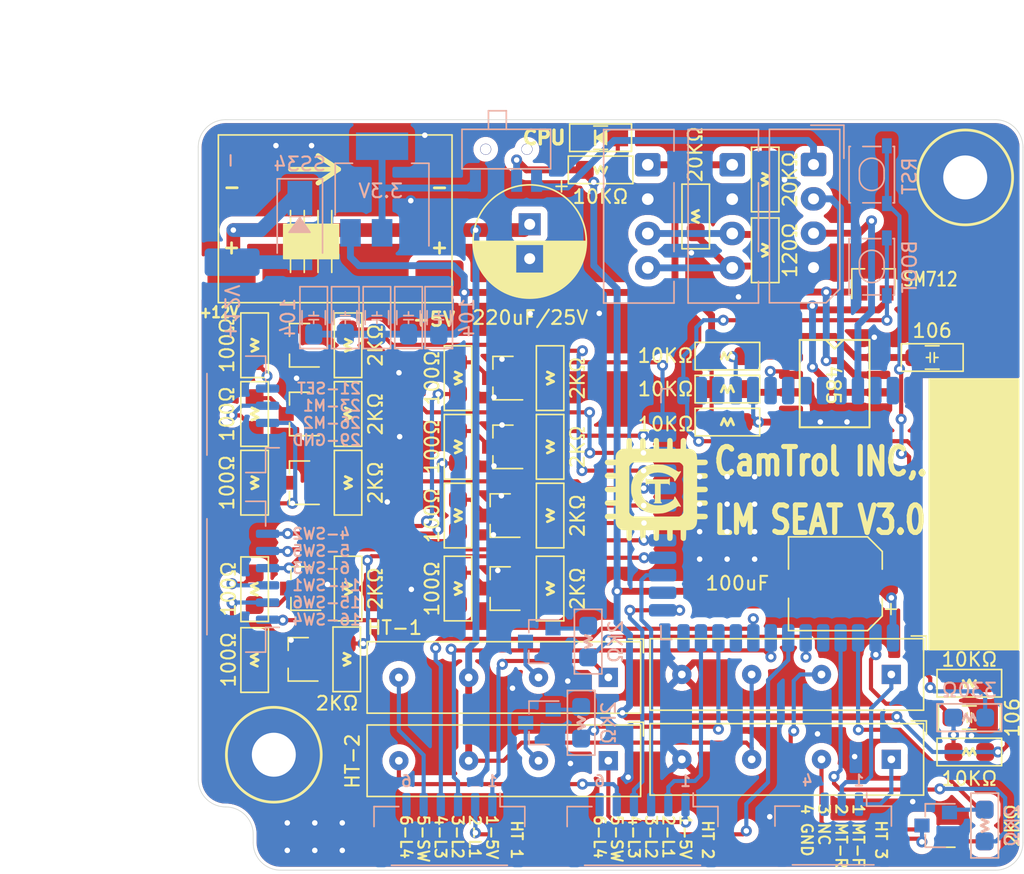
<source format=kicad_pcb>
(kicad_pcb (version 20240108) (generator "pcbnew") (generator_version "8.0")
  (layers (0 "F.Cu" signal) (31 "B.Cu" signal) (34 "B.Paste" user) (35 "F.Paste" user) (36 "B.SilkS" user "B.Silkscreen") (37 "F.SilkS" user "F.Silkscreen") (38 "B.Mask" user) (39 "F.Mask" user) (44 "Edge.Cuts" user))
  (net 0 "")
  (net 1 "GNDPWR")
  (net 2 "+5V")
  (net 3 "/485-B")
  (net 4 "/485-A")
  (net 5 "3V3")
  (net 6 "EN")
  (net 7 "Net-(D1-K)")
  (net 8 "Net-(D2-A)")
  (net 9 "Net-(J4-Pin_1)")
  (net 10 "RxD0")
  (net 11 "TxD0")
  (net 12 "Net-(R4-Pad2)")
  (net 13 "BOOT")
  (net 14 "RO")
  (net 15 "ENABLE")
  (net 16 "DI")
  (net 17 "/M 2")
  (net 18 "/M 1")
  (net 19 "/SET")
  (net 20 "H-SET")
  (net 21 "H-M1")
  (net 22 "H-M2")
  (net 23 "SDA")
  (net 24 "SCL")
  (net 26 "Net-(Q1-C)")
  (net 27 "Net-(Q1-B)")
  (net 28 "Net-(Q4-C)")
  (net 29 "Net-(Q4-B)")
  (net 30 "Net-(Q5-C)")
  (net 31 "Net-(Q5-B)")
  (net 32 "Net-(Q6-B)")
  (net 33 "Net-(Q7-B)")
  (net 34 "Net-(Q8-B)")
  (net 35 "Net-(Q9-B)")
  (net 36 "Net-(Q10-B)")
  (net 37 "Net-(Q11-B)")
  (net 38 "Net-(Q6-C)")
  (net 39 "Net-(Q7-C)")
  (net 40 "Net-(Q8-C)")
  (net 41 "Net-(Q9-C)")
  (net 42 "Net-(Q10-C)")
  (net 43 "Net-(Q11-C)")
  (net 46 "Net-(D1-A)")
  (net 47 "H1-L1")
  (net 48 "H1-L2")
  (net 49 "H1-L3")
  (net 50 "H2-L1")
  (net 51 "H2-L2")
  (net 52 "H2-L3")
  (net 53 "unconnected-(U2-IO_46-Pad16)")
  (net 54 "Net-(J05-Pin_1)")
  (net 55 "HEATER 1")
  (net 56 "HEATER 2")
  (net 57 "SW 1")
  (net 58 "SW 2")
  (net 59 "SW 3")
  (net 60 "SW 4")
  (net 61 "SW 5")
  (net 62 "SW 6")
  (net 63 "Net-(J3-Pin_1)")
  (net 64 "Net-(J8-Pin_1)")
  (net 65 "Net-(J8-Pin_2)")
  (net 66 "Net-(J8-Pin_3)")
  (net 67 "Net-(J8-Pin_4)")
  (net 68 "Net-(J8-Pin_5)")
  (net 69 "Net-(J8-Pin_6)")
  (net 70 "unconnected-(U2-IO_18-Pad11)")
  (net 71 "Net-(Q12-B)")
  (net 72 "Net-(Q13-B)")
  (net 73 "Net-(J3-Pin_5)")
  (net 76 "Net-(J05-Pin_5)")
  (net 77 "Net-(Q12-C)")
  (net 78 "Net-(Q13-C)")
  (net 81 "Net-(SW2-A)")
  (net 83 "Net-(J9-Pin_2)")
  (net 84 "Net-(J9-Pin_1)")
  (net 85 "Net-(Q2-C)")
  (net 86 "Net-(Q3-C)")
  (net 87 "Net-(Q2-B)")
  (net 88 "Net-(Q3-B)")
  (net 89 "MT-F")
  (net 90 "MT-R")
  (footprint "Server.pretty:SOT-23" (layer "F.Cu") (at 43.4 85.55 180)
    (property "Reference" "Q9" (hide yes))
    (property "Value" "MMBTA42L" (hide yes))
  )
  (footprint "Server.pretty:R_0805_HandSoldering" (layer "F.Cu") (at 74.395 68.64 180)
    (property "Reference" "R43" (hide yes))
    (property "Value" "10KΩ")
  )
  (footprint "Server.pretty:R_0805_HandSoldering" (layer "F.Cu") (at 46.8 85.55 90)
    (property "Reference" "R18" (hide yes))
    (property "Value" "2KΩ")
  )
  (footprint "Server.pretty:R_0805_HandSoldering" (layer "F.Cu") (at 40 85.6 -90)
    (property "Reference" "R17" (hide yes))
    (property "Value" "100Ω")
  )
  (footprint "Server.pretty:R_0805_HandSoldering" (layer "F.Cu") (at 77.145 60.94 90)
    (property "Reference" "R45" (hide yes))
    (property "Value" "120Ω")
  )
  (footprint "Server.pretty:MAX485" (layer "F.Cu") (at 82.195 70.64)
    (property "Reference" "U4" (hide yes))
    (property "Value" "485")
  )
  (footprint "Server.pretty:R_0805_HandSoldering" (layer "F.Cu") (at 61.495 85.55 90)
    (property "Reference" "R24" (hide yes))
    (property "Value" "2KΩ")
  )
  (footprint "Server.pretty:R_0805_HandSoldering" (layer "F.Cu") (at 54.795 80.24 90)
    (property "Reference" "R15" (hide yes))
    (property "Value" "100Ω")
  )
  (footprint "Server.pretty:R_0805_HandSoldering" (layer "F.Cu") (at 39.995 67.85 90)
    (property "Reference" "R10" (hide yes))
    (property "Value" "100Ω")
  )
  (footprint "Server:SOT-23" (layer "F.Cu") (at 89.55 102.79 180)
    (property "Reference" "Q3" (hide yes))
    (property "Value" "MMBTA42L" (hide yes))
  )
  (footprint "Server.pretty:SOT-23" (layer "F.Cu") (at 43.295 77.85 180)
    (property "Reference" "Q5" (hide yes))
    (property "Value" "MMBTA42L" (hide yes))
  )
  (footprint "Capacitor_SMD:CP_Elec_6.3x5.3" (layer "F.Cu") (at 82.25 85.2 180)
    (property "Reference" "C9" (hide yes))
    (property "Value" "100uF")
  )
  (footprint "Server.pretty:R_0805_HandSoldering" (layer "F.Cu") (at 74.395 71.04 180)
    (property "Reference" "R42" (hide yes))
    (property "Value" "10KΩ")
  )
  (footprint "Server.pretty:SOT-23" (layer "F.Cu") (at 43.295 67.85 180)
    (property "Reference" "Q1" (hide yes))
    (property "Value" "MMBTA42L" (hide yes))
  )
  (footprint "Server.pretty:logo" (layer "F.Cu") (at 69.24 78.31)
    (property "Reference" "G***" (hide yes))
    (property "Value" "LOGO" (hide yes))
  )
  (footprint "Server.pretty:C_0805_HandSoldering" (layer "F.Cu") (at 91.995 94.94)
    (property "Reference" "C10" (hide yes))
    (property "Value" "106")
  )
  (footprint "Server.pretty:SOT-23" (layer "F.Cu") (at 43.2 90.7 180)
    (property "Reference" "Q10" (hide yes))
    (property "Value" "MMBTA42L" (hide yes))
  )
  (footprint "Server.pretty:TZT-SMD" (layer "F.Cu") (at 48.11 60.55)
    (property "Reference" "MO2" (hide yes))
    (property "Value" "MP1584" (hide yes))
  )
  (footprint "Server.pretty:SOT-23" (layer "F.Cu") (at 58.095 70.24 180)
    (property "Reference" "Q6" (hide yes))
    (property "Value" "MMBTA42L" (hide yes))
  )
  (footprint "Server.pretty:R_0805_HandSoldering" (layer "F.Cu") (at 54.795 70.24 90)
    (property "Reference" "R19" (hide yes))
    (property "Value" "100Ω")
  )
  (footprint "Server.pretty:R_0805_HandSoldering" (layer "F.Cu") (at 72.09 58.48 -90)
    (property "Reference" "R46" (hide yes))
    (property "Value" "20KΩ")
  )
  (footprint "Server.pretty:R_0805_HandSoldering" (layer "F.Cu") (at 65.17 55.09)
    (property "Reference" "R2" (hide yes))
    (property "Value" "10KΩ")
  )
  (footprint "Server.pretty:R_0805_HandSoldering" (layer "F.Cu") (at 46.795 67.85 90)
    (property "Reference" "R1" (hide yes))
    (property "Value" "2KΩ")
  )
  (footprint "Server.pretty:MountingHole_3.2mm_M3-pcb" (layer "F.Cu") (at 41.395 97.64)
    (property "Reference" "H2" (hide yes))
    (property "Value" "MH" (hide yes))
  )
  (footprint "Server.pretty:R_0805_HandSoldering" (layer "F.Cu") (at 46.795 72.85 90)
    (property "Reference" "R8" (hide yes))
    (property "Value" "2KΩ")
  )
  (footprint "Server.pretty:R_0805_HandSoldering" (layer "F.Cu") (at 46.795 77.85 90)
    (property "Reference" "R9" (hide yes))
    (property "Value" "2KΩ")
  )
  (footprint "Server.pretty:R_0805_HandSoldering" (layer "F.Cu") (at 46.7 90.7 90)
    (property "Reference" "R22" (hide yes))
    (property "Value" "2KΩ")
  )
  (footprint "Server.pretty:R_0805_HandSoldering" (layer "F.Cu") (at 54.795 75.24 90)
    (property "Reference" "R20" (hide yes))
    (property "Value" "100Ω")
  )
  (footprint "Server:R_0805_HandSoldering" (layer "F.Cu") (at 93.11 102.79 90)
    (property "Reference" "R25" (hide yes))
    (property "Value" "2KΩ")
  )
  (footprint "Server:SOT-23" (layer "F.Cu") (at 85.025 63.05 90)
    (property "Reference" "D3" (hide yes))
    (property "Value" "SM712")
  )
  (footprint "Server.pretty:R_0805_HandSoldering" (layer "F.Cu") (at 91.995 97.44 180)
    (property "Reference" "R3" (hide yes))
    (property "Value" "10KΩ")
  )
  (footprint "Server.pretty:Relay_SPST_StandexMeder_SIL_Form1A" (layer "F.Cu") (at 65.7325 98.0775 180)
    (property "Reference" "K2" (hide yes))
    (property "Value" "HT-2")
  )
  (footprint "Server.pretty:R_0805_HandSoldering" (layer "F.Cu") (at 40 90.75 -90)
    (property "Reference" "R21" (hide yes))
    (property "Value" "100Ω")
  )
  (footprint "Server.pretty:R_0805_HandSoldering" (layer "F.Cu") (at 39.995 72.85 90)
    (property "Reference" "R11" (hide yes))
    (property "Value" "100Ω")
  )
  (footprint "Server.pretty:C_0805_HandSoldering" (layer "F.Cu") (at 89.295 68.74)
    (property "Reference" "C3" (hide yes))
    (property "Value" "106")
  )
  (footprint "Server.pretty:SOT-23" (layer "F.Cu") (at 57.895 80.24 180)
    (property "Reference" "Q8" (hide yes))
    (property "Value" "MMBTA42L" (hide yes))
  )
  (footprint "Server.pretty:R_0805_HandSoldering" (layer "F.Cu") (at 39.995 77.85 90)
    (property "Reference" "R12" (hide yes))
    (property "Value" "100Ω")
  )
  (footprint "Server.pretty:R_0805_HandSoldering" (layer "F.Cu") (at 74.395 73.44 180)
    (property "Reference" "R41" (hide yes))
    (property "Value" "10KΩ")
  )
  (footprint "Capacitor_THT:CP_Radial_D8.0mm_P2.50mm" (layer "F.Cu") (at 60.01 59.05 -90)
    (property "Reference" "C8" (hide yes))
    (property "Value" "220uF/25V")
  )
  (footprint "Server.pretty:R_0805_HandSoldering" (layer "F.Cu") (at 91.995 92.44)
    (property "Reference" "R5" (hide yes))
    (property "Value" "10KΩ")
  )
  (footprint "Server.pretty:LED_0805" (layer "F.Cu") (at 65.17 52.75)
    (property "Reference" "D2" (hide yes))
    (property "Value" "CPU")
  )
  (footprint "Server.pretty:R_0805_HandSoldering" (layer "F.Cu") (at 54.795 85.55 90)
    (property "Reference" "R23" (hide yes))
    (property "Value" "100Ω")
  )
  (footprint "Server.pretty:SOT-23" (layer "F.Cu") (at 58.095 75.24 180)
    (property "Reference" "Q7" (hide yes))
    (property "Value" "MMBTA42L" (hide yes))
  )
  (footprint "Server.pretty:R_0805_HandSoldering" (layer "F.Cu") (at 77.145 55.79 90)
    (property "Reference" "R44" (hide yes))
    (property "Value" "20KΩ")
  )
  (footprint "Server.pretty:SOT-23" (layer "F.Cu") (at 57.895 85.55 180)
    (property "Reference" "Q11" (hide yes))
    (property "Value" "MMBTA42L" (hide yes))
  )
  (footprint "Server.pretty:MountingHole_3.2mm_M3-pcb" (layer "F.Cu") (at 91.695 55.64)
    (property "Reference" "H1" (hide yes))
    (property "Value" "MH" (hide yes))
  )
  (footprint "Server.pretty:SOT-23" (layer "F.Cu") (at 43.295 72.85 180)
    (property "Reference" "Q4" (hide yes))
    (property "Value" "MMBTA42L" (hide yes))
  )
  (footprint "Server:Relay_SPST_StandexMeder_SIL_Form1A" (layer "F.Cu") (at 86.32 91.8 180)
    (property "Reference" "K5" (hide yes))
    (property "Value" "HT-2" (hide yes))
  )
  (footprint "Server.pretty:R_0805_HandSoldering" (layer "F.Cu") (at 61.495 80.24 90)
    (property "Reference" "R16" (hide yes))
    (property "Value" "2KΩ")
  )
  (footprint "Server.pretty:Relay_SPST_StandexMeder_SIL_Form1A" (layer "F.Cu") (at 65.7325 92.0175 180)
    (property "Reference" "K1" (hide yes))
    (property "Value" "HT-1")
  )
  (footprint "Server.pretty:R_0805_HandSoldering" (layer "F.Cu") (at 61.495 75.24 90)
    (property "Reference" "R14" (hide yes))
    (property "Value" "2KΩ")
  )
  (footprint "Server:Relay_SPST_StandexMeder_SIL_Form1A" (layer "F.Cu") (at 86.32 97.9775 180)
    (property "Reference" "K6" (hide yes))
    (property "Value" "HT-1" (hide yes))
  )
  (footprint "Server.pretty:R_0805_HandSoldering" (layer "F.Cu") (at 61.495 70.24 90)
    (property "Reference" "R13" (hide yes))
    (property "Value" "2KΩ")
  )
  (footprint "Server.pretty:R_0805_HandSoldering" (layer "B.Cu") (at 63.754 95.316 -90)
    (property "Reference" "R7" (hide yes))
    (property "Value" "2KΩ")
  )
  (footprint "Server.pretty:C_0805_HandSoldering" (layer "B.Cu") (at 44.295 65.84 -90)
    (property "Reference" "C2" (hide yes))
    (property "Value" "104")
  )
  (footprint "Server.pretty:Molex_SPOX_5267-04A_1x04_P2.50mm_Vertical" (layer "B.Cu") (at 80.66 58.51 -90)
    (property "Reference" "J4" (hide yes))
    (property "Value" "5267-04P" (hide yes))
  )
  (footprint "Server:XH2.54-4P" (layer "B.Cu") (at 68.6 58.53 -90)
    (property "Reference" "J7" (hide yes))
    (property "Value" "5267-04P" (hide yes))
  )
  (footprint "Server.pretty:XH2.54-4P" (layer "B.Cu") (at 74.745 58.53 -90)
    (property "Reference" "J11" (hide yes))
    (property "Value" "5267-04P" (hide yes))
  )
  (footprint "Server.pretty:C_0805_HandSoldering" (layer "B.Cu") (at 46.595 65.84 -90)
    (property "Reference" "C4" (hide yes))
    (property "Value" "104" (hide yes))
  )
  (footprint "Server.pretty:SOT-23" (layer "B.Cu") (at 60.706 89.408 180)
    (property "Reference" "Q12" (hide yes))
    (property "Value" "MMBTA42L" (hide yes))
  )
  (footprint "Package_TO_SOT_SMD:SOT-223" (layer "B.Cu") (at 49.27 56.52 90)
    (property "Reference" "U1" (hide yes))
    (property "Value" "3.3V")
  )
  (footprint "Server.pretty:D_SMA" (layer "B.Cu") (at 43.29 59.14 -90)
    (property "Reference" "D1" (hide yes))
    (property "Value" "SS34")
  )
  (footprint "Server.pretty:SMD_CONN_1x01_P2.50mm" (layer "B.Cu") (at 38.36 56.72 90)
    (property "Reference" "J2" (hide yes))
    (property "Value" "Conn_01x01_Pin" (hide yes))
  )
  (footprint "Server.pretty:TS-3404" (layer "B.Cu") (at 84.895 62.14)
    (property "Reference" "SW6" (hide yes))
    (property "Value" "BOOT")
  )
  (footprint "Server.pretty:ESP32-S3-PCB" (layer "B.Cu") (at 79.44 80.14 90)
    (property "Reference" "U2" (hide yes))
    (property "Value" "ESP32-S3-PCB" (hide yes))
  )
  (footprint "Connector_JST:JST_GH_SM06B-GHS-TB_1x06-1MP_P1.25mm_Horizontal" (layer "B.Cu") (at 39.09 84.69 90)
    (property "Reference" "J8" (hide yes))
    (property "Value" "Conn_01x06_Pin" (hide yes))
  )
  (footprint "Connector_JST:JST_GH_SM04B-GHS-TB_1x04-1MP_P1.25mm_Horizontal" (layer "B.Cu") (at 82.09 103.09 180)
    (property "Reference" "J9" (hide yes))
    (property "Value" "5267-04P" (hide yes))
  )
  (footprint "Server:SOT-23" (layer "B.Cu") (at 89.55 102.79 180)
    (property "Reference" "Q2" (hide yes))
    (property "Value" "MMBTA42L" (hide yes))
  )
  (footprint "Server.pretty:TS-3404" (layer "B.Cu") (at 84.895 55.44)
    (property "Reference" "SW3" (hide yes))
    (property "Value" "RST")
  )
  (footprint "Server.pretty:SOT-23" (layer "B.Cu") (at 60.722 95.316 180)
    (property "Reference" "Q13" (hide yes))
    (property "Value" "MMBTA42L" (hide yes))
  )
  (footprint "Connector_JST:JST_GH_SM06B-GHS-TB_1x06-1MP_P1.25mm_Horizontal" (layer "B.Cu") (at 54.17 103.124 180)
    (property "Reference" "J3" (hide yes))
    (property "Value" "Conn_01x06_Pin" (hide yes))
  )
  (footprint "Connector_JST:JST_GH_SM06B-GHS-TB_1x06-1MP_P1.25mm_Horizontal" (layer "B.Cu") (at 68.221 103.124 180)
    (property "Reference" "J05" (hide yes))
    (property "Value" "Conn_01x06_Pin" (hide yes))
  )
  (footprint "Server:R_0805_HandSoldering" (layer "B.Cu") (at 93.11 102.79 -90)
    (property "Reference" "R26" (hide yes))
    (property "Value" "2KΩ")
  )
  (footprint "Server:NW3-SK-02" (layer "B.Cu") (at 58.31 53.59 180)
    (property "Reference" "SW2" (hide yes))
    (property "Value" "NW3-SK-02" (hide yes))
  )
  (footprint "Server.pretty:C_0805_HandSoldering" (layer "B.Cu") (at 51.195 65.84 -90)
    (property "Reference" "C6" (hide yes))
    (property "Value" "104" (hide yes))
  )
  (footprint "Connector_JST:JST_GH_SM04B-GHS-TB_1x04-1MP_P1.25mm_Horizontal" (layer "B.Cu") (at 39.09 72.875 90)
    (property "Reference" "J6" (hide yes))
    (property "Value" "5267-04P" (hide yes))
  )
  (footprint "Server.pretty:C_0805_HandSoldering" (layer "B.Cu") (at 53.395 65.84 -90)
    (property "Reference" "C7" (hide yes))
    (property "Value" "104")
  )
  (footprint "Server.pretty:SMD_CONN_1x01_P2.50mm" (layer "B.Cu") (at 38.36 61.805 90)
    (property "Reference" "J1" (hide yes))
    (property "Value" "Conn_01x01_Pin" (hide yes))
  )
  (footprint "Server.pretty:R_0805_HandSoldering" (layer "B.Cu") (at 91.995 94.94)
    (property "Reference" "R4" (hide yes))
    (property "Value" "330Ω")
  )
  (footprint "Server.pretty:R_0805_HandSoldering" (layer "B.Cu") (at 64.262 89.408 -90)
    (property "Reference" "R6" (hide yes))
    (property "Value" "2KΩ")
  )
  (footprint "Server.pretty:C_0805_HandSoldering" (layer "B.Cu") (at 48.895 65.84 -90)
    (property "Reference" "C5" (hide yes))
    (property "Value" "104" (hide yes))
  )
  (gr_rect (start 89.1 70.325) (end 95.56 89.975) (stroke (width 0.15)) (fill solid) (layer "F.SilkS"))
  (gr_line (start 35.895 99.44) (end 35.895 53.44) (stroke (width 0.05)) (layer "Edge.Cuts"))
  (gr_arc (start 41.895 106.04) (mid 40.480786 105.454214) (end 39.895 104.04) (stroke (width 0.05)) (layer "Edge.Cuts"))
  (gr_arc (start 95.895 104.04) (mid 95.309214 105.454214) (end 93.895 106.04) (stroke (width 0.05)) (layer "Edge.Cuts"))
  (gr_arc (start 37.895 101.44) (mid 39.309214 102.025786) (end 39.895 103.44) (stroke (width 0.05)) (layer "Edge.Cuts"))
  (gr_line (start 95.895 104.04) (end 95.895 53.44) (stroke (width 0.05)) (layer "Edge.Cuts"))
  (gr_arc (start 35.895 53.44) (mid 36.480786 52.025786) (end 37.895 51.44) (stroke (width 0.05)) (layer "Edge.Cuts"))
  (gr_line (start 37.895 51.44) (end 93.895 51.44) (stroke (width 0.05)) (layer "Edge.Cuts"))
  (gr_arc (start 37.895 101.44) (mid 36.480786 100.854214) (end 35.895 99.44) (stroke (width 0.05)) (layer "Edge.Cuts"))
  (gr_line (start 41.895 106.04) (end 93.895 106.04) (stroke (width 0.05)) (layer "Edge.Cuts"))
  (gr_line (start 39.895 103.44) (end 39.895 104.04) (stroke (width 0.05)) (layer "Edge.Cuts"))
  (gr_arc (start 93.895 51.44) (mid 95.309214 52.025786) (end 95.895 53.44) (stroke (width 0.05)) (layer "Edge.Cuts"))
  (gr_text "15-SW6\n" (at 42.65 86.565 0) (layer "B.SilkS") (effects (font (size 0.8 0.8)) (justify right mirror)))
  (gr_text "4" (at 80.215 99.525 0) (layer "B.SilkS") (effects (font (size 0.8 0.8)) (justify mirror)))
  (gr_text "1" (at 57.29 99.56 0) (layer "B.SilkS") (effects (font (size 0.8 0.8)) (justify mirror)))
  (gr_text "6" (at 51.04 99.56 0) (layer "B.SilkS") (effects (font (size 0.8 0.8)) (justify mirror)))
  (gr_text "4-SW2" (at 42.65 81.565 0) (layer "B.SilkS") (effects (font (size 0.8 0.8)) (justify right mirror)))
  (gr_text "5-SW5\n" (at 42.65 82.815 0) (layer "B.SilkS") (effects (font (size 0.8 0.8)) (justify right mirror)))
  (gr_text "1" (at 83.965 99.525 0) (layer "B.SilkS") (effects (font (size 0.8 0.8)) (justify mirror)))
  (gr_text "23-M1" (at 43.421904 72.25 0) (layer "B.SilkS") (effects (font (size 0.8 0.8)) (justify right mirror)))
  (gr_text "16-SW4" (at 42.65 87.815 0) (layer "B.SilkS") (effects (font (size 0.8 0.8)) (justify right mirror)))
  (gr_text "6" (at 65.1 99.56 0) (layer "B.SilkS") (effects (font (size 0.8 0.8)) (justify mirror)))
  (gr_text "6-SW3" (at 42.65 84.065 0) (layer "B.SilkS") (effects (font (size 0.8 0.8)) (justify right mirror)))
  (gr_text "14-SW1" (at 42.65 85.315 0) (layer "B.SilkS") (effects (font (size 0.8 0.8)) (justify right mirror)))
  (gr_text "26-M2" (at 43.421904 73.5 0) (layer "B.SilkS") (effects (font (size 0.8 0.8)) (justify right mirror)))
  (gr_text "1" (at 71.35 99.56 0) (layer "B.SilkS") (effects (font (size 0.8 0.8)) (justify mirror)))
  (gr_text "21-SET" (at 43.002856 71 0) (layer "B.SilkS") (effects (font (size 0.8 0.8)) (justify right mirror)))
  (gr_text "29-GND" (at 42.66 74.75 0) (layer "B.SilkS") (effects (font (size 0.8 0.8)) (justify right mirror)))
  (gr_text "6-L4" (at 65.095 101.94 -90) (layer "F.SilkS") (effects (font (size 0.8 0.8)) (justify left)))
  (gr_text "HT 2" (at 72.97 102.320952 -90) (layer "F.SilkS") (effects (font (size 0.8 0.8)) (justify left)))
  (gr_text "1 MT-F" (at 83.925 101.125 270) (layer "F.SilkS") (effects (font (size 0.8 0.8)) (justify left)))
  (gr_text "1-5V" (at 57.27 101.94 270) (layer "F.SilkS") (effects (font (size 0.8 0.8)) (justify left)))
  (gr_text "CamTrol INC,." (at 73.24 76.31 0) (layer "F.SilkS") (effects (font (size 2 1.5) (thickness 0.375)) (justify left)))
  (gr_text "4-L3" (at 67.595 101.94 -90) (layer "F.SilkS") (effects (font (size 0.8 0.8)) (justify left)))
  (gr_text "2 MT-R" (at 82.675 101.125 270) (layer "F.SilkS") (effects (font (size 0.8 0.8)) (justify left)))
  (gr_text "6-L4" (at 51.02 101.94 270) (layer "F.SilkS") (effects (font (size 0.8 0.8)) (justify left)))
  (gr_text "4 GND" (at 80.175 101.125 270) (layer "F.SilkS") (effects (font (size 0.8 0.8)) (justify left)))
  (gr_text "3 NC" (at 81.425 101.125 270) (layer "F.SilkS") (effects (font (size 0.8 0.8)) (justify left)))
  (gr_text "3-L2" (at 54.77 101.94 -90) (layer "F.SilkS") (effects (font (size 0.8 0.8)) (justify left)))
  (gr_text "5-SW" (at 52.27 101.94 -90) (layer "F.SilkS") (effects (font (size 0.8 0.8)) (justify left)))
  (gr_text "HT 1" (at 59.07 102.320952 -90) (layer "F.SilkS") (effects (font (size 0.8 0.8)) (justify left)))
  (gr_text "4-L3" (at 53.52 101.94 -90) (layer "F.SilkS") (effects (font (size 0.8 0.8)) (justify left)))
  (gr_text "2-L1" (at 70.095 101.94 -90) (layer "F.SilkS") (effects (font (size 0.8 0.8)) (justify left)))
  (gr_text "5-SW" (at 66.345 101.94 -90) (layer "F.SilkS") (effects (font (size 0.8 0.8)) (justify left)))
  (gr_text "LM SEAT V3.0" (at 73.24 80.56 0) (layer "F.SilkS") (effects (font (size 2 1.5) (thickness 0.375)) (justify left)))
  (gr_text "3-L2" (at 68.845 101.94 -90) (layer "F.SilkS") (effects (font (size 0.8 0.8)) (justify left)))
  (gr_text "1-5V" (at 71.345 101.94 270) (layer "F.SilkS") (effects (font (size 0.8 0.8)) (justify left)))
  (gr_text "2-L1" (at 56.02 101.94 -90) (layer "F.SilkS") (effects (font (size 0.8 0.8)) (justify left)))
  (gr_text "HT 3" (at 85.575 102.320952 270) (layer "F.SilkS") (effects (font (size 0.8 0.8)) (justify left)))
  (segment (start 77.145 54.64) (end 77.37 54.64) (width 0.5) (layer "F.Cu") (net 1))
  (segment (start 77.37 54.64) (end 78.55 55.82) (width 0.5) (layer "F.Cu") (net 1))
  (via (at 50.55 74.5) (size 0.8) (drill 0.4) (layers "F.Cu" "B.Cu") (net 1))
  (via (at 83.095 73.43) (size 0.8) (drill 0.4) (layers "F.Cu" "B.Cu") (net 1))
  (via (at 76.375 79.41) (size 0.8) (drill 0.4) (layers "F.Cu" "B.Cu") (net 1))
  (via (at 42.375 102.6) (size 0.8) (drill 0.4) (layers "F.Cu" "B.Cu") (net 1))
  (via (at 43.05 70.25) (size 0.8) (drill 0.4) (layers "F.Cu" "B.Cu") (net 1))
  (via (at 72.375 79.41) (size 0.8) (drill 0.4) (layers "F.Cu" "B.Cu") (net 1))
  (via (at 72.375 77.41) (size 0.8) (drill 0.4) (layers "F.Cu" "B.Cu") (net 1))
  (via (at 62.975 98.275) (size 0.8) (drill 0.4) (layers "F.Cu" "B.Cu") (net 1))
  (via (at 51.36 57.33) (size 0.8) (drill 0.4) (layers "F.Cu" "B.Cu") (net 1))
  (via (at 65.07 65.53) (size 0.8) (drill 0.4) (layers "F.Cu" "B.Cu") (net 1))
  (via (at 92.15 96.25) (size 0.8) (drill 0.4) (layers "F.Cu" "B.Cu") (net 1))
  (via (at 67.175 99.275) (size 0.8) (drill 0.4) (layers "F.Cu" "B.Cu") (net 1))
  (via (at 72.375 83.41) (size 0.8) (drill 0.4) (layers "F.Cu" "B.Cu") (net 1))
  (via (at 76.375 81.41) (size 0.8) (drill 0.4) (layers "F.Cu" "B.Cu") (net 1))
  (via (at 80.95 96.125) (size 0.8) (drill 0.4) (layers "F.Cu" "B.Cu") (net 1))
  (via (at 76.375 83.41) (size 0.8) (drill 0.4) (layers "F.Cu" "B.Cu") (net 1))
  (via (at 74.375 77.41) (size 0.8) (drill 0.4) (layers "F.Cu" "B.Cu") (net 1))
  (via (at 62.78 92.28) (size 0.8) (drill 0.4) (layers "F.Cu" "B.Cu") (net 1))
  (via (at 46.375 104.6) (size 0.8) (drill 0.4) (layers "F.Cu" "B.Cu") (net 1))
  (via (at 87.875 101.05) (size 0.8) (drill 0.4) (layers "F.Cu" "B.Cu") (net 1))
  (via (at 74.375 83.41) (size 0.8) (drill 0.4) (layers "F.Cu" "B.Cu") (net 1))
  (via (at 52.38 52.57) (size 0.8) (drill 0.4) (layers "F.Cu" "B.Cu") (net 1))
  (via (at 57.995 68.86) (size 0.8) (drill 0.4) (layers "F.Cu" "B.Cu") (net 1))
  (via (at 45.3 85.25) (size 0.8) (drill 0.4) (layers "F.Cu" "B.Cu") (net 1))
  (via (at 72.375 81.41) (size 0.8) (drill 0.4) (layers "F.Cu" "B.Cu") (net 1))
  (via (at 58 73.65) (size 0.8) (drill 0.4) (layers "F.Cu" "B.Cu") (net 1))
  (via (at 83.65 97.775) (size 0.8) (drill 0.4) (layers "F.Cu" "B.Cu") (net 1))
  (via (at 75.2 64.33) (size 0.8) (drill 0.4) (layers "F.Cu" "B.Cu") (net 1))
  (via (at 81.155 73.43) (size 0.8) (drill 0.4) (layers "F.Cu" "B.Cu") (net 1))
  (via (at 44.14 53.325) (size 0.8) (drill 0.4) (layers "F.Cu" "B.Cu") (net 1))
  (via (at 78.55 55.82) (size 0.8) (drill 0.4) (layers "F.Cu" "B.Cu") (net 1))
  (via (at 57.41 76.63) (size 0.8) (drill 0.4) (layers "F.Cu" "B.Cu") (net 1))
  (via (at 57.41 71.63) (size 0.8) (drill 0.4) (layers "F.Cu" "B.Cu") (net 1))
  (via (at 85.08 67.27) (size 0.8) (drill 0.4) (layers "F.Cu" "B.Cu") (net 1))
  (via (at 58.76 92.8) (size 0.8) (drill 0.4) (layers "F.Cu" "B.Cu") (net 1))
  (via (at 51.4 85.61) (size 0.8) (drill 0.4) (layers "F.Cu" "B.Cu") (net 1))
  (via (at 50.5 69.85) (size 0.8) (drill 0.4) (layers "F.Cu" "B.Cu") (net 1))
  (via (at 44.375 104.6) (size 0.8) (drill 0.4) (layers "F.Cu" "B.Cu") (net 1))
  (via (at 57.69 84.23) (size 0.8) (drill 0.4) (layers "F.Cu" "B.Cu") (net 1))
  (via (at 71.775 61.125) (size 0.8) (drill 0.4) (layers "F.Cu" "B.Cu") (net 1))
  (via (at 49.65 79.25) (size 0.8) (drill 0.4) (layers "F.Cu" "B.Cu") (net 1))
  (via (at 42.375 104.6) (size 0.8) (drill 0.4) (layers "F.Cu" "B.Cu") (net 1))
  (via (at 57.95 78.8) (size 0.8) (drill 0.4) (layers "F.Cu" "B.Cu") (net 1))
  (via (at 77.475 102.15) (size 0.8) (drill 0.4) (layers "F.Cu" "B.Cu") (net 1))
  (via (at 74.375 79.41) (size 0.8) (drill 0.4) (layers "F.Cu" "B.Cu") (net 1))
  (via (at 76.375 77.41) (size 0.8) (drill 0.4) (layers "F.Cu" "B.Cu") (net 1))
  (via (at 74.375 81.41) (size 0.8) (drill 0.4) (layers "F.Cu" "B.Cu") (net 1))
  (via (at 42.65 89.3) (size 0.8) (drill 0.4) (layers "F.Cu" "B.Cu") (net 1))
  (via (at 60.05 65.55) (size 0.8) (drill 0.4) (layers "F.Cu" "B.Cu") (net 1))
  (via (at 46.375 102.6) (size 0.8) (drill 0.4) (layers "F.Cu" "B.Cu") (net 1))
  (via (at 44.375 102.6) (size 0.8) (drill 0.4) (layers "F.Cu" "B.Cu") (net 1))
  (via (at 57.37 81.64) (size 0.8) (drill 0.4) (layers "F.Cu" "B.Cu") (net 1))
  (via (at 41.55 53.325) (size 0.8) (drill 0.4) (layers "F.Cu" "B.Cu") (net 1))
  (segment (start 73.245 68.64) (end 73.245 65.675) (width 0.5) (layer "F.Cu") (net 2))
  (segment (start 55.25 64.01) (end 54.54 64.01) (width 0.5) (layer "F.Cu") (net 2))
  (segment (start 72.09 57.33) (end 71.31 57.33) (width 0.5) (layer "F.Cu") (net 2))
  (segment (start 74.19 55.275) (end 74.745 54.72) (width 0.5) (layer "F.Cu") (net 2))
  (segment (start 83.74 68.735) (end 82.215 67.21) (width 0.5) (layer "F.Cu") (net 2))
  (segment (start 72.11 54.72) (end 68.6 54.72) (width 0.5) (layer "F.Cu") (net 2))
  (segment (start 71.31 57.33) (end 70.58 58.06) (width 0.5) (layer "F.Cu") (net 2))
  (segment (start 53.45 62.92) (end 54.54 64.01) (width 0.3) (layer "F.Cu") (net 2))
  (segment (start 73.245 73.44) (end 73.245 71.04) (width 0.3) (layer "F.Cu") (net 2))
  (segment (start 70.58 58.06) (end 70.58 64.01) (width 0.5) (layer "F.Cu") (net 2))
  (segment (start 72.09 54.74) (end 72.11 54.72) (width 0.5) (layer "F.Cu") (net 2))
  (segment (start 73.245 71.04) (end 73.245 68.64) (width 0.3) (layer "F.Cu") (net 2))
  (segment (start 60.02 64.01) (end 55.25 64.01) (width 0.5) (layer "F.Cu") (net 2))
  (segment (start 73.26 67.21) (end 73.245 67.195) (width 0.5) (layer "F.Cu") (net 2))
  (segment (start 60.03 64) (end 60.02 64.01) (width 0.5) (layer "F.Cu") (net 2))
  (segment (start 73.245 65.675) (end 71.575 64.005) (width 0.5) (layer "F.Cu") (net 2))
  (segment (start 70.58 64.01) (end 71.57 64.01) (width 0.5) (layer "F.Cu") (net 2))
  (segment (start 85.375 68.74) (end 85.37 68.735) (width 0.5) (layer "F.Cu") (net 2))
  (segment (start 74.745 54.72) (end 72.11 54.72) (width 0.5) (layer "F.Cu") (net 2))
  (segment (start 73.245 67.195) (end 73.245 68.64) (width 0.5) (layer "F.Cu") (net 2))
  (segment (start 88.095 68.74) (end 85.375 68.74) (width 0.5) (layer "F.Cu") (net 2))
  (segment (start 60.02 64.01) (end 70.58 64.01) (width 0.5) (layer "F.Cu") (net 2))
  (segment (start 82.215 67.21) (end 73.26 67.21) (width 0.5) (layer "F.Cu") (net 2))
  (segment (start 85.37 68.735) (end 83.74 68.735) (width 0.5) (layer "F.Cu") (net 2))
  (segment (start 72.09 57.33) (end 72.09 54.74) (width 0.5) (layer "F.Cu") (net 2))
  (via (at 55.25 64.01) (size 0.8) (drill 0.4) (layers "F.Cu" "B.Cu") (net 2))
  (segment (start 55.25 66.35) (end 55.25 64.01) (width 0.5) (layer "B.Cu") (net 2))
  (segment (start 46.97 59.67) (end 46.97 61.44) (width 0.5) (layer "B.Cu") (net 2))
  (segment (start 53.395 67.04) (end 54.56 67.04) (width 0.5) (layer "B.Cu") (net 2))
  (segment (start 46.97 61.44) (end 47.59 62.06) (width 0.5) (layer "B.Cu") (net 2))
  (segment (start 47.59 62.06) (end 54.46 62.06) (width 0.5) (layer "B.Cu") (net 2))
  (segment (start 54.46 62.06) (end 55.25 62.85) (width 0.5) (layer "B.Cu") (net 2))
  (segment (start 48.895 67.04) (end 51.195 67.04) (width 0.5) (layer "B.Cu") (net 2))
  (segment (start 51.195 67.04) (end 53.395 67.04) (width 0.5) (layer "B.Cu") (net 2))
  (segment (start 55.25 62.85) (end 55.25 64.01) (width 0.5) (layer "B.Cu") (net 2))
  (segment (start 44.295 67.04) (end 46.595 67.04) (width 0.5) (layer "B.Cu") (net 2))
  (segment (start 46.595 67.04) (end 48.895 67.04) (width 0.5) (layer "B.Cu") (net 2))
  (segment (start 54.56 67.04) (end 55.25 66.35) (width 0.5) (layer "B.Cu") (net 2))
  (segment (start 83.64 70.005) (end 82.605 68.97) (width 0.5) (layer "F.Cu") (net 3))
  (segment (start 82.605 68.97) (end 81.585 68.97) (width 0.5) (layer "F.Cu") (net 3))
  (segment (start 81.585 63.98) (end 79.46 63.98) (width 0.5) (layer "F.Cu") (net 3))
  (segment (start 79.46 63.98) (end 78.76 63.28) (width 0.5) (layer "F.Cu") (net 3))
  (segment (start 81.585 63.98) (end 84.005 63.98) (width 0.5) (layer "F.Cu") (net 3))
  (segment (start 77.145 56.94) (end 77.145 59.79) (width 0.5) (layer "F.Cu") (net 3))
  (segment (start 84.005 63.98) (end 84.075 64.05) (width 0.5) (layer "F.Cu") (net 3))
  (segment (start 78.76 63.28) (end 78.76 60.36) (width 0.5) (layer "F.Cu") (net 3))
  (segment (start 85.37 70.005) (end 83.64 70.005) (width 0.5) (layer "F.Cu") (net 3))
  (segment (start 77.145 59.79) (end 74.815 59.79) (width 0.5) (layer "F.Cu") (net 3))
  (segment (start 78.76 60.36) (end 78.19 59.79) (width 0.5) (layer "F.Cu") (net 3))
  (segment (start 74.815 59.79) (end 74.745 59.72) (width 0.5) (layer "F.Cu") (net 3))
  (segment (start 78.19 59.79) (end 77.145 59.79) (width 0.5) (layer "F.Cu") (net 3))
  (via (at 81.585 63.98) (size 0.8) (drill 0.4) (layers "F.Cu" "B.Cu") (net 3))
  (via (at 81.585 68.97) (size 0.8) (drill 0.4) (layers "F.Cu" "B.Cu") (net 3))
  (segment (start 81.585 68.97) (end 81.585 63.98) (width 0.5) (layer "B.Cu") (net 3))
  (segment (start 74.745 59.72) (end 68.6 59.72) (width 0.5) (layer "B.Cu") (net 3))
  (segment (start 81.46 71.275) (end 81.46 70.305) (width 0.5) (layer "F.Cu") (net 4))
  (segment (start 80.575 64.99) (end 80.575 65) (width 0.5) (layer "F.Cu") (net 4))
  (segment (start 72.09 59.815) (end 72.09 59.63) (width 0.5) (layer "F.Cu") (net 4))
  (segment (start 77.145 62.09) (end 74.875 62.09) (width 0.5) (layer "F.Cu") (net 4))
  (segment (start 80.85 65.275) (end 85.375 65.275) (width 0.5) (layer "F.Cu") (net 4))
  (segment (start 85.375 65.275) (end 85.975 64.675) (width 0.5) (layer "F.Cu") (net 4))
  (segment (start 81.46 70.305) (end 80.585 69.43) (width 0.5) (layer "F.Cu") (net 4))
  (segment (start 74.875 62.09) (end 74.745 62.22) (width 0.5) (layer "F.Cu") (net 4))
  (segment (start 77.145 64.055) (end 78.08 64.99) (width 0.5) (layer "F.Cu") (net 4))
  (segment (start 78.08 64.99) (end 80.575 64.99) (width 0.5) (layer "F.Cu") (net 4))
  (segment (start 74.745 62.22) (end 74.495 62.22) (width 0.5) (layer "F.Cu") (net 4))
  (segment (start 85.975 64.675) (end 85.975 64.05) (width 0.5) (layer "F.Cu") (net 4))
  (segment (start 77.145 62.09) (end 77.145 64.055) (width 0.5) (layer "F.Cu") (net 4))
  (segment (start 80.575 65) (end 80.85 65.275) (width 0.5) (layer "F.Cu") (net 4))
  (segment (start 74.495 62.22) (end 72.09 59.815) (width 0.5) (layer "F.Cu") (net 4))
  (segment (start 85.37 71.275) (end 81.46 71.275) (width 0.5) (layer "F.Cu") (net 4))
  (via (at 80.575 64.99) (size 0.8) (drill 0.4) (layers "F.Cu" "B.Cu") (net 4))
  (via (at 80.585 69.43) (size 0.8) (drill 0.4) (layers "F.Cu" "B.Cu") (net 4))
  (segment (start 80.585 69.43) (end 80.585 65) (width 0.5) (layer "B.Cu") (net 4))
  (segment (start 74.745 62.22) (end 68.6 62.22) (width 0.5) (layer "B.Cu") (net 4))
  (segment (start 80.585 65) (end 80.575 64.99) (width 0.5) (layer "B.Cu") (net 4))
  (segment (start 71.95 85.75) (end 66.37 85.75) (width 0.5) (layer "F.Cu") (net 5))
  (segment (start 86.325 86.225) (end 86.075 86.225) (width 0.5) (layer "F.Cu") (net 5))
  (segment (start 94.215 92.44) (end 93.145 92.44) (width 0.3) (layer "F.Cu") (net 5))
  (segment (start 67.05 94.88) (end 86.71 94.88) (width 0.5) (layer "F.Cu") (net 5))
  (segment (start 83.65 85.2) (end 82.1 86.75) (width 0.5) (layer "F.Cu") (net 5))
  (segment (start 93.145 97.44) (end 94.075 97.44) (width 0.3) (layer "F.Cu") (net 5))
  (segment (start 82.1 86.75) (end 72.95 86.75) (width 0.5) (layer "F.Cu") (net 5))
  (segment (start 85.05 85.2) (end 83.65 85.2) (width 0.5) (layer "F.Cu") (net 5))
  (segment (start 63.77 55.09) (end 59.78 55.09) (width 0.5) (layer "F.Cu") (net 5))
  (segment (start 64.67 55.99) (end 63.77 55.09) (width 0.5) (layer "F.Cu") (net 5))
  (segment (start 94.725 92.95) (end 94.215 92.44) (width 0.3) (layer "F.Cu") (net 5))
  (segment (start 94.285 97.44) (end 94.725 97) (width 0.3) (layer "F.Cu") (net 5))
  (segment (start 59.78 55.09) (end 59.06 54.37) (width 0.5) (layer "F.Cu") (net 5))
  (segment (start 86.075 86.225) (end 85.05 85.2) (width 0.5) (layer "F.Cu") (net 5))
  (segment (start 72.95 86.75) (end 71.95 85.75) (width 0.5) (layer "F.Cu") (net 5))
  (segment (start 94.725 97) (end 94.725 92.95) (width 0.3) (layer "F.Cu") (net 5))
  (segment (start 94.075 97.44) (end 94.285 97.44) (width 0.3) (layer "F.Cu") (net 5))
  (segment (start 66.76 94.59) (end 67.05 94.88) (width 0.5) (layer "F.Cu") (net 5))
  (segment (start 86.71 94.88) (end 86.72 94.87) (width 0.5) (layer "F.Cu") (net 5))
  (via (at 59.06 54.37) (size 0.8) (drill 0.4) (layers "F.Cu" "B.Cu") (net 5))
  (via (at 94.075 97.44) (size 0.8) (drill 0.4) (layers "F.Cu" "B.Cu") (net 5))
  (via (at 66.76 94.59) (size 0.8) (drill 0.4) (layers "F.Cu" "B.Cu") (net 5))
  (via (at 86.325 86.225) (size 0.8) (drill 0.4) (layers "F.Cu" "B.Cu") (net 5))
  (via (at 66.37 85.75) (size 0.8) (drill 0.4) (layers "F.Cu" "B.Cu") (net 5))
  (via (at 64.67 55.99) (size 0.8) (drill 0.4) (layers "F.Cu" "B.Cu") (net 5))
  (via (at 86.72 94.87) (size 0.8) (drill 0.4) (layers "F.Cu" "B.Cu") (net 5))
  (segment (start 66.37 88.03) (end 67.27 88.93) (width 0.5) (layer "B.Cu") (net 5))
  (segment (start 59.06 54.37) (end 59.06 55.89) (width 0.5) (layer "B.Cu") (net 5))
  (segment (start 86.76 94.87) (end 89.33 97.44) (width 0.3) (layer "B.Cu") (net 5))
  (segment (start 66.37 85.75) (end 66.37 88.03) (width 0.5) (layer "B.Cu") (net 5))
  (segment (start 67.27 94.08) (end 66.76 94.59) (width 0.5) (layer "B.Cu") (net 5))
  (segment (start 67.27 88.93) (end 67.27 94.08) (width 0.5) (layer "B.Cu") (net 5))
  (segment (start 64.67 62.05) (end 66.37 63.75) (width 0.5) (layer "B.Cu") (net 5))
  (segment (start 89.33 97.44) (end 94.075 97.44) (width 0.3) (layer "B.Cu") (net 5))
  (segment (start 86.44 86.34) (end 86.325 86.225) (width 0.5) (layer "B.Cu") (net 5))
  (segment (start 86.44 89.14) (end 86.44 86.34) (width 0.5) (layer "B.Cu") (net 5))
  (segment (start 64.67 55.99) (end 64.67 62.05) (width 0.5) (layer "B.Cu") (net 5))
  (segment (start 86.72 94.87) (end 86.76 94.87) (width 0.3) (layer "B.Cu") (net 5))
  (segment (start 66.37 63.75) (end 66.37 85.75) (width 0.5) (layer "B.Cu") (net 5))
  (segment (start 85.195 90.36) (end 84.84 90.715) (width 0.3) (layer "F.Cu") (net 6))
  (segment (start 90.845 94.99) (end 90.795 94.94) (width 0.3) (layer "F.Cu") (net 6))
  (segment (start 90.845 96.2) (end 90.845 94.99) (width 0.3) (layer "F.Cu") (net 6))
  (segment (start 84.84 92.83) (end 85.94 93.93) (width 0.3) (layer "F.Cu") (net 6))
  (segment (start 90.845 97.44) (end 90.845 96.2) (width 0.3) (layer "F.Cu") (net 6))
  (segment (start 84.84 90.715) (end 84.84 92.83) (width 0.3) (layer "F.Cu") (net 6))
  (segment (start 85.94 93.93) (end 89.785 93.93) (width 0.3) (layer "F.Cu") (net 6))
  (segment (start 89.785 93.93) (end 90.795 94.94) (width 0.3) (layer "F.Cu") (net 6))
  (via (at 90.845 96.2) (size 0.8) (drill 0.4) (layers "F.Cu" "B.Cu") (net 6))
  (via (at 85.195 90.36) (size 0.8) (drill 0.4) (layers "F.Cu" "B.Cu") (net 6))
  (segment (start 85.195 90.36) (end 85.195 89.165) (width 0.3) (layer "B.Cu") (net 6))
  (segment (start 85.195 89.165) (end 85.17 89.14) (width 0.3) (layer "B.Cu") (net 6))
  (segment (start 90.845 94.94) (end 90.845 96.2) (width 0.3) (layer "B.Cu") (net 6))
  (segment (start 55.5725 92.0175) (end 55.5725 96.66) (width 0.5) (layer "F.Cu") (net 7))
  (segment (start 59.43 96.76) (end 58.1125 98.0775) (width 0.3) (layer "F.Cu") (net 7))
  (segment (start 76.16 97.15) (end 75.77 96.76) (width 0.3) (layer "F.Cu") (net 7))
  (segment (start 38.45 59.47) (end 38.45 62.79) (width 1) (layer "F.Cu") (net 7))
  (segment (start 55.5725 96.66) (end 55.5725 98.0775) (width 0.5) (layer "F.Cu") (net 7))
  (segment (start 38.45 62.79) (end 38.32 62.92) (width 1) (layer "F.Cu") (net 7))
  (segment (start 58.1125 98.0775) (end 55.5725 98.0775) (width 0.3) (layer "F.Cu") (net 7))
  (segment (start 56.08 59.47) (end 59.59 59.47) (width 1) (layer "F.Cu") (net 7))
  (segment (start 76.16 97.9775) (end 76.16 97.15) (width 0.3) (layer "F.Cu") (net 7))
  (segment (start 59.59 59.47) (end 60.01 59.05) (width 1) (layer "F.Cu") (net 7))
  (segment (start 38.45 59.47) (end 56.08 59.47) (width 1) (layer "F.Cu") (net 7))
  (segment (start 75.77 96.76) (end 59.43 96.76) (width 0.3) (layer "F.Cu") (net 7))
  (via (at 38.45 59.47) (size 0.8) (drill 0.4) (layers "F.Cu" "B.Cu") (net 7))
  (via (at 56.08 59.47) (size 0.8) (drill 0.4) (layers "F.Cu" "B.Cu") (net 7))
  (segment (start 56.1 89.38) (end 56.1 59.49) (width 0.5) (layer "B.Cu") (net 7))
  (segment (start 55.5725 92.0175) (end 55.5725 89.9075) (width 0.5) (layer "B.Cu") (net 7))
  (segment (start 55.5725 89.9075) (end 56.1 89.38) (width 0.5) (layer "B.Cu") (net 7))
  (segment (start 43.29 57.14) (end 42.77 57.14) (width 1) (layer "B.Cu") (net 7))
  (segment (start 42.77 57.14) (end 40.44 59.47) (width 1) (layer "B.Cu") (net 7))
  (segment (start 56.1 59.49) (end 56.08 59.47) (width 0.5) (layer "B.Cu") (net 7))
  (segment (start 76.16 91.8) (end 76.16 97.9775) (width 0.3) (layer "B.Cu") (net 7))
  (segment (start 40.44 59.47) (end 38.45 59.47) (width 1) (layer "B.Cu") (net 7))
  (segment (start 66.42 52.75) (end 66.42 54.99) (width 0.3) (layer "F.Cu") (net 8))
  (segment (start 66.42 54.99) (end 66.32 55.09) (width 0.3) (layer "F.Cu") (net 8))
  (segment (start 80.64 54.72) (end 80.66 54.7) (width 0.5) (layer "F.Cu") (net 9))
  (segment (start 80.66 53.385) (end 80.66 54.7) (width 0.5) (layer "B.Cu") (net 9))
  (segment (start 60.95 56.33) (end 62.77 56.33) (width 0.5) (layer "B.Cu") (net 9))
  (segment (start 66.15 52.95) (end 80.225 52.95) (width 0.5) (layer "B.Cu") (net 9))
  (segment (start 60.51 55.89) (end 60.95 56.33) (width 0.5) (layer "B.Cu") (net 9))
  (segment (start 80.225 52.95) (end 80.66 53.385) (width 0.5) (layer "B.Cu") (net 9))
  (segment (start 62.77 56.33) (end 66.15 52.95) (width 0.5) (layer "B.Cu") (net 9))
  (segment (start 81.96 57.2) (end 80.66 57.2) (width 0.5) (layer "B.Cu") (net 10))
  (segment (start 82.62 71.15) (end 82.62 57.86) (width 0.5) (layer "B.Cu") (net 10))
  (segment (start 82.62 57.86) (end 81.96 57.2) (width 0.5) (layer "B.Cu") (net 10))
  (segment (start 83.94 59.7) (end 80.66 59.7) (width 0.5) (layer "F.Cu") (net 11))
  (segment (start 83.96 59.72) (end 83.94 59.7) (width 0.5) (layer "F.Cu") (net 11))
  (segment (start 84.88 58.8) (end 83.96 59.72) (width 0.5) (layer "F.Cu") (net 11))
  (via (at 84.88 58.8) (size 0.8) (drill 0.4) (layers "F.Cu" "B.Cu") (net 11))
  (segment (start 84.88 65.39) (end 84.88 58.8) (width 0.5) (layer "B.Cu") (net 11))
  (segment (start 83.89 66.38) (end 84.88 65.39) (width 0.5) (layer "B.Cu") (net 11))
  (segment (start 83.89 71.15) (end 83.89 66.38) (width 0.5) (layer "B.Cu") (net 11))
  (segment (start 87.615 90.515) (end 87.615 75.97) (width 0.3) (layer "F.Cu") (net 12))
  (segment (start 87.375 75.73) (end 87.055 75.73) (width 0.3) (layer "F.Cu") (net 12))
  (segment (start 89.15 92.05) (end 87.615 90.515) (width 0.3) (layer "F.Cu") (net 12))
  (segment (start 87.035 69.709906) (end 86.914594 69.5895) (width 0.3) (layer "F.Cu") (net 12))
  (segment (start 87.615 75.97) (end 87.375 75.73) (width 0.3) (layer "F.Cu") (net 12))
  (segment (start 89.15 92.75) (end 89.15 92.05) (width 0.3) (layer "F.Cu") (net 12))
  (segment (start 87.035 73.23) (end 87.035 69.709906) (width 0.3) (layer "F.Cu") (net 12))
  (via (at 87.035 73.23) (size 0.8) (drill 0.4) (layers "F.Cu" "B.Cu") (net 12))
  (via (at 86.914594 69.5895) (size 0.8) (drill 0.4) (layers "F.Cu" "B.Cu") (net 12))
  (via (at 87.055 75.73) (size 0.8) (drill 0.4) (layers "F.Cu" "B.Cu") (net 12))
  (via (at 89.15 92.75) (size 0.8) (drill 0.4) (layers "F.Cu" "B.Cu") (net 12))
  (segment (start 86.914594 69.5895) (end 86.914594 58.459594) (width 0.3) (layer "B.Cu") (net 12))
  (segment (start 87.055 73.25) (end 87.035 73.23) (width 0.3) (layer "B.Cu") (net 12))
  (segment (start 89.43 93.03) (end 92.715 93.03) (width 0.3) (layer "B.Cu") (net 12))
  (segment (start 85.995 57.54) (end 85.995 53.34) (width 0.3) (layer "B.Cu") (net 12))
  (segment (start 87.055 75.73) (end 87.055 73.25) (width 0.3) (layer "B.Cu") (net 12))
  (segment (start 93.145 93.46) (end 93.145 94.94) (width 0.3) (layer "B.Cu") (net 12))
  (segment (start 92.715 93.03) (end 93.145 93.46) (width 0.3) (layer "B.Cu") (net 12))
  (segment (start 86.914594 58.459594) (end 85.995 57.54) (width 0.3) (layer "B.Cu") (net 12))
  (segment (start 89.15 92.75) (end 89.43 93.03) (width 0.3) (layer "B.Cu") (net 12))
  (segment (start 74.0945 66.03) (end 86 66.03) (width 0.3) (layer "F.Cu") (net 13))
  (segment (start 87.485 74.83) (end 72.305 74.83) (width 0.3) (layer "F.Cu") (net 13))
  (segment (start 90.845 92.44) (end 90.845 90.9) (width 0.3) (layer "F.Cu") (net 13))
  (segment (start 88.459315 90.47) (end 88.145 90.155685) (width 0.3) (layer "F.Cu") (net 13))
  (segment (start 90.845 90.9) (end 90.415 90.47) (width 0.3) (layer "F.Cu") (net 13))
  (segment (start 88.145 90.155685) (end 88.145 75.49) (width 0.3) (layer "F.Cu") (net 13))
  (segment (start 88.145 75.49) (end 87.485 74.83) (width 0.3) (layer "F.Cu") (net 13))
  (segment (start 90.415 90.47) (end 88.459315 90.47) (width 0.3) (layer "F.Cu") (net 13))
  (via (at 74.0945 66.03) (size 0.8) (drill 0.4) (layers "F.Cu" "B.Cu") (net 13))
  (via (at 86 66.03) (size 0.8) (drill 0.4) (layers "F.Cu" "B.Cu") (net 13))
  (via (at 72.305 74.83) (size 0.8) (drill 0.4) (layers "F.Cu" "B.Cu") (net 13))
  (segment (start 72.135 66.55) (end 72.605 66.08) (width 0.3) (layer "B.Cu") (net 13))
  (segment (start 71.19 68.645) (end 72.135 67.7) (width 0.3) (layer "B.Cu") (net 13))
  (segment (start 72.605 66.08) (end 72.655 66.03) (width 0.3) (layer "B.Cu") (net 13))
  (segment (start 71.19 71.15) (end 71.19 68.645) (width 0.3) (layer "B.Cu") (net 13))
  (segment (start 85.995 64.24) (end 85.995 60.04) (width 0.3) (layer "B.Cu") (net 13))
  (segment (start 71.465 71.425) (end 71.19 71.15) (width 0.3) (layer "B.Cu") (net 13))
  (segment (start 86 64.245) (end 85.995 64.24) (width 0.3) (layer "B.Cu") (net 13))
  (segment (start 86 66.03) (end 86 64.245) (width 0.3) (layer "B.Cu") (net 13))
  (segment (start 72.305 74.83) (end 71.465 73.99) (width 0.3) (layer "B.Cu") (net 13))
  (segment (start 72.135 67.7) (end 72.135 66.55) (width 0.3) (layer "B.Cu") (net 13))
  (segment (start 72.655 66.03) (end 74.0945 66.03) (width 0.3) (layer "B.Cu") (net 13))
  (segment (start 71.465 73.99) (end 71.465 71.425) (width 0.3) (layer "B.Cu") (net 13))
  (segment (start 75.505 68.68) (end 75.545 68.64) (width 0.3) (layer "F.Cu") (net 14))
  (segment (start 78.925 68.64) (end 79.02 68.735) (width 0.5) (layer "F.Cu") (net 14))
  (segment (start 75.545 68.64) (end 78.925 68.64) (width 0.5) (layer "F.Cu") (net 14))
  (segment (start 74.755 68.68) (end 75.505 68.68) (width 0.3) (layer "F.Cu") (net 14))
  (via (at 74.755 68.68) (size 0.8) (drill 0.4) (layers "F.Cu" "B.Cu") (net 14))
  (segment (start 75 71.15) (end 75 68.925) (width 0.3) (layer "B.Cu") (net 14))
  (segment (start 75 68.925) (end 74.755 68.68) (width 0.3) (layer "B.Cu") (net 14))
  (segment (start 78.765 69.75) (end 79.02 70.005) (width 0.3) (layer "F.Cu") (net 15))
  (segment (start 77.515 69.75) (end 78.765 69.75) (width 0.3) (layer "F.Cu") (net 15))
  (segment (start 75.78 71.275) (end 75.545 71.04) (width 0.5) (layer "F.Cu") (net 15))
  (segment (start 79.02 70.005) (end 79.02 71.275) (width 0.5) (layer "F.Cu") (net 15))
  (segment (start 79.02 71.275) (end 75.78 71.275) (width 0.5) (layer "F.Cu") (net 15))
  (via (at 77.515 69.75) (size 0.8) (drill 0.4) (layers "F.Cu" "B.Cu") (net 15))
  (segment (start 77.54 69.775) (end 77.515 69.75) (width 0.3) (layer "B.Cu") (net 15))
  (segment (start 77.54 71.15) (end 77.54 69.775) (width 0.3) (layer "B.Cu") (net 15))
  (segment (start 79.02 73.135) (end 79.02 72.545) (width 0.5) (layer "F.Cu") (net 16))
  (segment (start 75.545 73.44) (end 76.655 73.44) (width 0.5) (layer "F.Cu") (net 16))
  (segment (start 76.655 73.44) (end 78.715 73.44) (width 0.5) (layer "F.Cu") (net 16))
  (segment (start 78.715 73.44) (end 79.02 73.135) (width 0.5) (layer "F.Cu") (net 16))
  (via (at 76.655 73.44) (size 0.8) (drill 0.4) (layers "F.Cu" "B.Cu") (net 16))
  (segment (start 76.27 73.055) (end 76.655 73.44) (width 0.3) (layer "B.Cu") (net 16))
  (segment (start 76.27 71.15) (end 76.27 73.055) (width 0.3) (layer "B.Cu") (net 16))
  (segment (start 42.75 79.35) (end 40.345 79.35) (width 0.3) (layer "F.Cu") (net 17))
  (segment (start 40.345 79.35) (end 39.995 79) (width 0.3) (layer "F.Cu") (net 17))
  (via (at 42.75 79.35) (size 0.8) (drill 0.4) (layers "F.Cu" "B.Cu") (net 17))
  (segment (start 42.95 79.15) (end 42.75 79.35) (width 0.3) (layer "B.Cu") (net 17))
  (segment (start 42.95 73.9) (end 42.95 79.15) (width 0.3) (layer "B.Cu") (net 17))
  (segment (start 40.94 73.5) (end 42.55 73.5) (width 0.3) (layer "B.Cu") (net 17))
  (segment (start 42.55 73.5) (end 42.95 73.9) (width 0.3) (layer "B.Cu") (net 17))
  (segment (start 38.945 72.95) (end 39.995 74) (width 0.3) (layer "F.Cu") (net 18))
  (segment (start 38.35 72.95) (end 38.945 72.95) (width 0.3) (layer "F.Cu") (net 18))
  (via (at 38.35 72.95) (size 0.8) (drill 0.4) (layers "F.Cu" "B.Cu") (net 18))
  (segment (start 40.94 72.25) (end 39.05 72.25) (width 0.3) (layer "B.Cu") (net 18))
  (segment (start 39.05 72.25) (end 38.35 72.95) (width 0.3) (layer "B.Cu") (net 18))
  (segment (start 40.9 70.1) (end 40.9 69.905) (width 0.3) (layer "F.Cu") (net 19))
  (segment (start 40.9 69.905) (end 39.995 69) (width 0.3) (layer "F.Cu") (net 19))
  (via (at 40.9 70.1) (size 0.8) (drill 0.4) (layers "F.Cu" "B.Cu") (net 19))
  (segment (start 40.94 70.14) (end 40.9 70.1) (width 0.3) (layer "B.Cu") (net 19))
  (segment (start 40.94 71) (end 40.94 70.14) (width 0.3) (layer "B.Cu") (net 19))
  (segment (start 63.845 68.25) (end 62.875 68.25) (width 0.3) (layer "F.Cu") (net 20))
  (segment (start 50.02 67.82) (end 48.9 66.7) (width 0.3) (layer "F.Cu") (net 20))
  (segment (start 63.815 76.97) (end 68.295 76.97) (width 0.3) (layer "F.Cu") (net 20))
  (segment (start 48.9 66.7) (end 46.795 66.7) (width 0.3) (layer "F.Cu") (net 20))
  (segment (start 62.445 67.82) (end 50.02 67.82) (width 0.3) (layer "F.Cu") (net 20))
  (segment (start 62.875 68.25) (end 62.445 67.82) (width 0.3) (layer "F.Cu") (net 20))
  (via (at 63.845 68.25) (size 0.8) (drill 0.4) (layers "F.Cu" "B.Cu") (net 20))
  (via (at 63.815 76.97) (size 0.8) (drill 0.4) (layers "F.Cu" "B.Cu") (net 20))
  (via (at 68.295 76.97) (size 0.8) (drill 0.4) (layers "F.Cu" "B.Cu") (net 20))
  (segment (start 63.845 68.25) (end 63.575 68.52) (width 0.3) (layer "B.Cu") (net 20))
  (segment (start 63.575 76.73) (end 63.815 76.97) (width 0.3) (layer "B.Cu") (net 20))
  (segment (start 68.295 76.97) (end 69.68 76.97) (width 0.3) (layer "B.Cu") (net 20))
  (segment (start 63.575 68.52) (end 63.575 76.73) (width 0.3) (layer "B.Cu") (net 20))
  (segment (start 64.385 75.68) (end 68.285 75.68) (width 0.3) (layer "F.Cu") (net 21))
  (segment (start 52.53 72.73) (end 51.5 71.7) (width 0.3) (layer "F.Cu") (net 21))
  (segment (start 51.5 71.7) (end 46.795 71.7) (width 0.3) (layer "F.Cu") (net 21))
  (segment (start 64.365 72.73) (end 52.53 72.73) (width 0.3) (layer "F.Cu") (net 21))
  (via (at 64.365 72.73) (size 0.8) (drill 0.4) (layers "F.Cu" "B.Cu") (net 21))
  (via (at 68.285 75.68) (size 0.8) (drill 0.4) (layers "F.Cu" "B.Cu") (net 21))
  (via (at 64.385 75.68) (size 0.8) (drill 0.4) (layers "F.Cu" "B.Cu") (net 21))
  (segment (start 64.365 72.73) (end 64.365 75.66) (width 0.3) (layer "B.Cu") (net 21))
  (segment (start 69.665 75.68) (end 69.68 75.695) (width 0.3) (layer "B.Cu") (net 21))
  (segment (start 64.365 75.66) (end 64.385 75.68) (width 0.3) (layer "B.Cu") (net 21))
  (segment (start 68.285 75.68) (end 69.665 75.68) (width 0.3) (layer "B.Cu") (net 21))
  (segment (start 50.8 77.75) (end 49.75 76.7) (width 0.3) (layer "F.Cu") (net 22))
  (segment (start 49.75 76.7) (end 46.795 76.7) (width 0.3) (layer "F.Cu") (net 22))
  (segment (start 68.305 78.25) (end 63.965 78.25) (width 0.3) (layer "F.Cu") (net 22))
  (segment (start 63.965 78.25) (end 63.465 77.75) (width 0.3) (layer "F.Cu") (net 22))
  (segment (start 63.465 77.75) (end 50.8 77.75) (width 0.3) (layer "F.Cu") (net 22))
  (via (at 68.305 78.25) (size 0.8) (drill 0.4) (layers "F.Cu" "B.Cu") (net 22))
  (segment (start 68.305 78.25) (end 69.67 78.25) (width 0.3) (layer "B.Cu") (net 22))
  (segment (start 69.67 78.25) (end 69.68 78.24) (width 0.3) (layer "B.Cu") (net 22))
  (segment (start 41.4 66.7) (end 39.995 66.7) (width 0.3) (layer "F.Cu") (net 26))
  (segment (start 42.295 67.595) (end 41.4 66.7) (width 0.3) (layer "F.Cu") (net 26))
  (segment (start 42.295 67.85) (end 42.295 67.595) (width 0.3) (layer "F.Cu") (net 26))
  (segment (start 46.795 69) (end 44.495 69) (width 0.3) (layer "F.Cu") (net 27))
  (segment (start 44.495 69) (end 44.295 68.8) (width 0.3) (layer "F.Cu") (net 27))
  (segment (start 42.295 72.85) (end 41.145 71.7) (width 0.3) (layer "F.Cu") (net 28))
  (segment (start 39.975 71.37) (end 39.995 71.39) (width 0.3) (layer "F.Cu") (net 28))
  (segment (start 41.145 71.7) (end 39.995 71.7) (width 0.3) (layer "F.Cu") (net 28))
  (segment (start 46.795 74) (end 44.495 74) (width 0.3) (layer "F.Cu") (net 29))
  (segment (start 44.495 74) (end 44.295 73.8) (width 0.3) (layer "F.Cu") (net 29))
  (segment (start 41.145 76.7) (end 42.295 77.85) (width 0.3) (layer "F.Cu") (net 30))
  (segment (start 39.995 76.7) (end 41.145 76.7) (width 0.3) (layer "F.Cu") (net 30))
  (segment (start 46.795 79) (end 44.495 79) (width 0.3) (layer "F.Cu") (net 31))
  (segment (start 44.495 79) (end 44.295 78.8) (width 0.3) (layer "F.Cu") (net 31))
  (segment (start 59.295 71.39) (end 59.095 71.19) (width 0.3) (layer "F.Cu") (net 32))
  (segment (start 61.495 71.39) (end 59.295 71.39) (width 0.3) (layer "F.Cu") (net 32))
  (segment (start 59.295 76.39) (end 59.095 76.19) (width 0.3) (layer "F.Cu") (net 33))
  (segment (start 61.495 76.39) (end 59.295 76.39) (width 0.3) (layer "F.Cu") (net 33))
  (segment (start 59.095 81.39) (end 58.895 81.19) (width 0.3) (layer "F.Cu") (net 34))
  (segment (start 61.495 81.39) (end 59.095 81.39) (width 0.3) (layer "F.Cu") (net 34))
  (segment (start 44.6 86.7) (end 44.4 86.5) (width 0.3) (layer "F.Cu") (net 35))
  (segment (start 46.8 86.7) (end 44.6 86.7) (width 0.3) (layer "F.Cu") (net 35))
  (segment (start 44.4 91.85) (end 44.2 91.65) (width 0.3) (layer "F.Cu") (net 36))
  (segment (start 46.7 91.85) (end 44.4 91.85) (width 0.3) (layer "F.Cu") (net 36))
  (segment (start 58.895 86.5) (end 61.295 86.5) (width 0.3) (layer "F.Cu") (net 37))
  (segment (start 61.295 86.5) (end 61.495 86.7) (width 0.3) (layer "F.Cu") (net 37))
  (segment (start 54.795 69.09) (end 55.945 69.09) (width 0.3) (layer "F.Cu") (net 38))
  (segment (start 55.945 69.09) (end 57.095 70.24) (width 0.3) (layer "F.Cu") (net 38))
  (segment (start 54.795 74.09) (end 55.945 74.09) (width 0.3) (layer "F.Cu") (net 39))
  (segment (start 55.945 74.09) (end 57.095 75.24) (width 0.3) (layer "F.Cu") (net 39))
  (segment (start 54.795 79.09) (end 55.745 79.09) (width 0.3) (layer "F.Cu") (net 40))
  (segment (start 55.745 79.09) (end 56.895 80.24) (width 0.3) (layer "F.Cu") (net 40))
  (segment (start 41.7 86.75) (end 40 86.75) (width 0.3) (layer "F.Cu") (net 41))
  (segment (start 42.4 85.55) (end 42.4 86.05) (width 0.3) (layer "F.Cu") (net 41))
  (segment (start 42.4 86.05) (end 41.7 86.75) (width 0.3) (layer "F.Cu") (net 41))
  (segment (start 42.2 91.3) (end 41.6 91.9) (width 0.3) (layer "F.Cu") (net 42))
  (segment (start 42.2 90.7) (end 42.2 91.3) (width 0.3) (layer "F.Cu") (net 42))
  (segment (start 41.6 91.9) (end 40 91.9) (width 0.3) (layer "F.Cu") (net 42))
  (segment (start 55.745 84.4) (end 56.895 85.55) (width 0.3) (layer "F.Cu") (net 43))
  (segment (start 54.795 84.4) (end 55.745 84.4) (width 0.3) (layer "F.Cu") (net 43))
  (segment (start 42.625 61.805) (end 43.29 61.14) (width 1) (layer "B.Cu") (net 46))
  (segment (start 38.36 61.805) (end 42.625 61.805) (width 1) (layer "B.Cu") (net 46))
  (segment (start 75.77 103.18) (end 75.52 103.43) (width 0.3) (layer "F.Cu") (net 47))
  (segment (start 56.17 103.43) (end 56.06 103.32) (width 0.3) (layer "F.Cu") (net 47))
  (segment (start 75.52 103.43) (end 56.17 103.43) (width 0.3) (layer "F.Cu") (net 47))
  (via (at 56.06 103.32) (size 0.8) (drill 0.4) (layers "F.Cu" "B.Cu") (net 47))
  (via (at 75.77 103.18) (size 0.8) (drill 0.4) (layers "F.Cu" "B.Cu") (net 47))
  (segment (start 75.77 103.18) (end 75.77 101.22) (width 0.3) (layer "B.Cu") (net 47))
  (segment (start 78.82 90.74) (end 78.82 89.14) (width 0.3) (layer "B.Cu") (net 47))
  (segment (start 75.77 101.22) (end 77.35 99.64) (width 0.3) (layer "B.Cu") (net 47))
  (segment (start 77.35 99.64) (end 77.35 92.21) (width 0.3) (layer "B.Cu") (net 47))
  (segment (start 77.35 92.21) (end 78.82 90.74) (width 0.3) (layer "B.Cu") (net 47))
  (segment (start 56.06 103.32) (end 56.06 101.289) (width 0.3) (layer "B.Cu") (net 47))
  (segment (start 56.06 101.289) (end 56.045 101.274) (width 0.3) (layer "B.Cu") (net 47))
  (segment (start 54.385 90.05) (end 77.09 90.05) (width 0.3) (layer "F.Cu") (net 48))
  (segment (start 54.295 89.96) (end 54.385 90.05) (width 0.3) (layer "F.Cu") (net 48))
  (segment (start 77.09 90.05) (end 77.56 90.52) (width 0.3) (layer "F.Cu") (net 48))
  (via (at 77.56 90.52) (size 0.8) (drill 0.4) (layers "F.Cu" "B.Cu") (net 48))
  (via (at 54.295 89.96) (size 0.8) (drill 0.4) (layers "F.Cu" "B.Cu") (net 48))
  (segment (start 54.495 99.285) (end 54.795 99.585) (width 0.3) (layer "B.Cu") (net 48))
  (segment (start 54.295 89.96) (end 54.495 90.16) (width 0.3) (layer "B.Cu") (net 48))
  (segment (start 77.56 89.15) (end 77.55 89.14) (width 0.3) (layer "B.Cu") (net 48))
  (segment (start 54.495 90.16) (end 54.495 99.285) (width 0.3) (layer "B.Cu") (net 48))
  (segment (start 54.795 99.585) (end 54.795 101.274) (width 0.3) (layer "B.Cu") (net 48))
  (segment (start 77.56 90.52) (end 77.56 89.15) (width 0.3) (layer "B.Cu") (net 48))
  (segment (start 76 88.475) (end 76.28 88.195) (width 0.3) (layer "F.Cu") (net 49))
  (segment (start 64.465 89.21) (end 65.2 88.475) (width 0.3) (layer "F.Cu") (net 49))
  (segment (start 65.2 88.475) (end 76 88.475) (width 0.3) (layer "F.Cu") (net 49))
  (segment (start 53.465 89.21) (end 64.465 89.21) (width 0.3) (layer "F.Cu") (net 49))
  (segment (start 53.17 89.875) (end 53.17 89.505) (width 0.3) (layer "F.Cu") (net 49))
  (segment (start 76.28 88.195) (end 76.28 87.75) (width 0.3) (layer "F.Cu") (net 49))
  (segment (start 53.17 89.505) (end 53.465 89.21) (width 0.3) (layer "F.Cu") (net 49))
  (via (at 76.28 87.75) (size 0.8) (drill 0.4) (layers "F.Cu" "B.Cu") (net 49))
  (via (at 53.17 89.875) (size 0.8) (drill 0.4) (layers "F.Cu" "B.Cu") (net 49))
  (segment (start 76.275 89.145) (end 76.28 89.14) (width 0.3) (layer "B.Cu") (net 49))
  (segment (start 53.17 89.875) (end 53.17 90.77) (width 0.3) (layer "B.Cu") (net 49))
  (segment (start 53.545 91.145) (end 53.545 101.274) (width 0.3) (layer "B.Cu") (net 49))
  (segment (start 76.28 89.14) (end 76.28 87.75) (width 0.3) (layer "B.Cu") (net 49))
  (segment (start 53.17 90.77) (end 53.545 91.145) (width 0.3) (layer "B.Cu") (net 49))
  (segment (start 72.47 89.14) (end 72.47 99.11) (width 0.3) (layer "B.Cu") (net 50))
  (segment (start 72.465 89.145) (end 72.47 89.14) (width 0.3) (layer "B.Cu") (net 50))
  (segment (start 72.47 99.11) (end 72.03 99.55) (width 0.3) (layer "B.Cu") (net 50))
  (segment (start 70.096 99.984) (end 70.096 101.274) (width 0.3) (layer "B.Cu") (net 50))
  (segment (start 72.03 99.55) (end 70.53 99.55) (width 0.3) (layer "B.Cu") (net 50))
  (segment (start 70.53 99.55) (end 70.096 99.984) (width 0.3) (layer "B.Cu") (net 50))
  (segment (start 68.846 88.536) (end 68.846 101.274) (width 0.3) (layer "B.Cu") (net 51))
  (segment (start 69.68 84.58) (end 68.49 84.58) (width 0.3) (layer "B.Cu") (net 51))
  (segment (start 68.14 87.83) (end 68.846 88.536) (width 0.3) (layer "B.Cu") (net 51))
  (segment (start 68.49 84.58) (end 68.14 84.93) (width 0.3) (layer "B.Cu") (net 51))
  (segment (start 68.14 84.93) (end 68.14 87.83) (width 0.3) (layer "B.Cu") (net 51))
  (segment (start 70.92 87.13) (end 67.3 87.13) (width 0.3) (layer "F.Cu") (net 52))
  (via (at 70.92 87.13) (size 0.8) (drill 0.4) (layers "F.Cu" "B.Cu") (net 52))
  (via (at 67.3 87.13) (size 0.8) (drill 0.4) (layers "F.Cu" "B.Cu") (net 52))
  (segment (start 68.2 88.597106) (end 68.2 99.59) (width 0.3) (layer "B.Cu") (net 52))
  (segment (start 67.3 87.13) (end 67.3 87.697106) (width 0.3) (layer "B.Cu") (net 52))
  (segment (start 68.2 99.59) (end 67.596 100.194) (width 0.3) (layer "B.Cu") (net 52))
  (segment (start 69.68 87.13) (end 70.92 87.13) (width 0.3) (layer "B.Cu") (net 52))
  (segment (start 67.596 100.194) (end 67.596 101.274) (width 0.3) (layer "B.Cu") (net 52))
  (segment (start 67.3 87.697106) (end 68.2 88.597106) (width 0.3) (layer "B.Cu") (net 52))
  (segment (start 69.675 85.86) (end 69.68 85.855) (width 0.3) (layer "B.Cu") (net 53))
  (segment (start 66.2 102.54) (end 65.7325 102.0725) (width 0.3) (layer "F.Cu") (net 54))
  (segment (start 71.36 102.54) (end 66.2 102.54) (width 0.3) (layer "F.Cu") (net 54))
  (segment (start 65.7325 102.0725) (end 65.7325 98.0775) (width 0.3) (layer "F.Cu") (net 54))
  (via (at 71.36 102.54) (size 0.8) (drill 0.4) (layers "F.Cu" "B.Cu") (net 54))
  (segment (start 71.346 102.526) (end 71.36 102.54) (width 0.3) (layer "B.Cu") (net 54))
  (segment (start 71.346 101.274) (end 71.346 102.526) (width 0.3) (layer "B.Cu") (net 54))
  (segment (start 65.94 89.06) (end 79.7 89.06) (width 0.3) (layer "F.Cu") (net 55))
  (segment (start 79.7 89.06) (end 80.11 89.47) (width 0.3) (layer "F.Cu") (net 55))
  (segment (start 65.7 89.3) (end 65.94 89.06) (width 0.3) (layer "F.Cu") (net 55))
  (segment (start 80.11 89.47) (end 80.11 90.54) (width 0.3) (layer "F.Cu") (net 55))
  (via (at 65.7 89.3) (size 0.8) (drill 0.4) (layers "F.Cu" "B.Cu") (net 55))
  (via (at 80.11 90.54) (size 0.8) (drill 0.4) (layers "F.Cu" "B.Cu") (net 55))
  (segment (start 80.11 90.54) (end 80.11 89.16) (width 0.3) (layer "B.Cu") (net 55))
  (segment (start 65.7 89.3) (end 64.442 90.558) (width 0.3) (layer "B.Cu") (net 55))
  (segment (start 64.442 90.558) (end 64.262 90.558) (width 0.3) (layer "B.Cu") (net 55))
  (segment (start 64.67 95.86) (end 64.93 95.6) (width 0.3) (layer "F.Cu") (net 56))
  (segment (start 64.93 95.6) (end 73.56 95.6) (width 0.3) (layer "F.Cu") (net 56))
  (segment (start 73.56 95.6) (end 73.74 95.78) (width 0.3) (layer "F.Cu") (net 56))
  (via (at 64.67 95.86) (size 0.8) (drill 0.4) (layers "F.Cu" "B.Cu") (net 56))
  (via (at 73.74 95.78) (size 0.8) (drill 0.4) (layers "F.Cu" "B.Cu") (net 56))
  (segment (start 64.36 95.86) (end 63.754 96.466) (width 0.3) (layer "B.Cu") (net 56))
  (segment (start 73.74 89.14) (end 73.74 95.78) (width 0.3) (layer "B.Cu") (net 56))
  (segment (start 64.67 95.86) (end 64.36 95.86) (width 0.3) (layer "B.Cu") (net 56))
  (segment (start 61.495 69.09) (end 69.445 69.09) (width 0.3) (layer "F.Cu") (net 57))
  (segment (start 69.445 69.09) (end 69.675 69.32) (width 0.3) (layer "F.Cu") (net 57))
  (via (at 69.675 69.32) (size 0.8) (drill 0.4) (layers "F.Cu" "B.Cu") (net 57))
  (segment (start 69.675 69.32) (end 69.675 73.155) (width 0.3) (layer "B.Cu") (net 57))
  (segment (start 69.675 73.155) (end 69.68 73.16) (width 0.3) (layer "B.Cu") (net 57))
  (segment (start 63.475 74.09) (end 63.815 74.43) (width 0.3) (layer "F.Cu") (net 58))
  (segment (start 61.495 74.09) (end 63.475 74.09) (width 0.3) (layer "F.Cu") (net 58))
  (segment (start 63.815 74.43) (end 68.275 74.43) (width 0.3) (layer "F.Cu") (net 58))
  (via (at 68.275 74.43) (size 0.8) (drill 0.4) (layers "F.Cu" "B.Cu") (net 58))
  (segment (start 68.275 74.43) (end 69.68 74.43) (width 0.3) (layer "B.Cu") (net 58))
  (segment (start 61.495 79.09) (end 63.125 79.09) (width 0.3) (layer "F.Cu") (net 59))
  (segment (start 63.545 79.51) (end 68.305 79.51) (width 0.3) (layer "F.Cu") (net 59))
  (segment (start 63.125 79.09) (end 63.545 79.51) (width 0.3) (layer "F.Cu") (net 59))
  (via (at 68.305 79.51) (size 0.8) (drill 0.4) (layers "F.Cu" "B.Cu") (net 59))
  (segment (start 68.305 79.51) (end 69.68 79.51) (width 0.3) (layer "B.Cu") (net 59))
  (segment (start 68.325 80.78) (end 64.655 80.78) (width 0.3) (layer "F.Cu") (net 60))
  (segment (start 62.735 82.7) (end 47.5 82.7) (width 0.3) (layer "F.Cu") (net 60))
  (segment (start 47.5 82.7) (end 46.8 83.4) (width 0.3) (layer "F.Cu") (net 60))
  (segment (start 64.655 80.78) (end 62.735 82.7) (width 0.3) (layer "F.Cu") (net 60))
  (segment (start 46.8 83.4) (end 46.8 84.4) (width 0.3) (layer "F.Cu") (net 60))
  (via (at 68.325 80.78) (size 0.8) (drill 0.4) (layers "F.Cu" "B.Cu") (net 60))
  (segment (start 68.325 80.78) (end 69.68 80.78) (width 0.3) (layer "B.Cu") (net 60))
  (segment (start 47.9 89.55) (end 46.7 89.55) (width 0.3) (layer "F.Cu") (net 61))
  (segment (start 63.265 83.2) (end 64.425 82.04) (width 0.3) (layer "F.Cu") (net 61))
  (segment (start 48.5 83.2) (end 63.265 83.2) (width 0.3) (layer "F.Cu") (net 61))
  (segment (start 48.2 83.5) (end 48.5 83.2) (width 0.3) (layer "F.Cu") (net 61))
  (segment (start 64.425 82.04) (end 68.325 82.04) (width 0.3) (layer "F.Cu") (net 61))
  (via (at 47.9 89.55) (size 0.8) (drill 0.4) (layers "F.Cu" "B.Cu") (net 61))
  (via (at 48.2 83.5) (size 0.8) (drill 0.4) (layers "F.Cu" "B.Cu") (net 61))
  (via (at 68.325 82.04) (size 0.8) (drill 0.4) (layers "F.Cu" "B.Cu") (net 61))
  (segment (start 48.25 83.55) (end 48.25 89.25) (width 0.3) (layer "B.Cu") (net 61))
  (segment (start 68.325 82.04) (end 69.68 82.04) (width 0.3) (layer "B.Cu") (net 61))
  (segment (start 48.25 89.25) (end 47.95 89.55) (width 0.3) (layer "B.Cu") (net 61))
  (segment (start 48.2 83.5) (end 48.25 83.55) (width 0.3) (layer "B.Cu") (net 61))
  (segment (start 47.95 89.55) (end 47.9 89.55) (width 0.3) (layer "B.Cu") (net 61))
  (segment (start 68.335 83.31) (end 64.12 83.31) (width 0.3) (layer "F.Cu") (net 62))
  (segment (start 63.03 84.4) (end 61.495 84.4) (width 0.3) (layer "F.Cu") (net 62))
  (segment (start 64.12 83.31) (end 63.03 84.4) (width 0.3) (layer "F.Cu") (net 62))
  (via (at 68.335 83.31) (size 0.8) (drill 0.4) (layers "F.Cu" "B.Cu") (net 62))
  (segment (start 68.335 83.31) (end 69.68 83.31) (width 0.3) (layer "B.Cu") (net 62))
  (segment (start 58.02 91.06) (end 58.26 90.82) (width 0.3) (layer "F.Cu") (net 63))
  (segment (start 58.26 90.82) (end 64.535 90.82) (width 0.3) (layer "F.Cu") (net 63))
  (segment (start 64.535 90.82) (end 65.7325 92.0175) (width 0.3) (layer "F.Cu") (net 63))
  (via (at 58.02 91.06) (size 0.8) (drill 0.4) (layers "F.Cu" "B.Cu") (net 63))
  (segment (start 57.295 99.505) (end 57.295 101.274) (width 0.3) (layer "B.Cu") (net 63))
  (segment (start 57.74 91.34) (end 57.74 99.06) (width 0.3) (layer "B.Cu") (net 63))
  (segment (start 58.02 91.06) (end 57.74 91.34) (width 0.3) (layer "B.Cu") (net 63))
  (segment (start 57.74 99.06) (end 57.295 99.505) (width 0.3) (layer "B.Cu") (net 63))
  (segment (start 42.05 87.85) (end 51.95 87.85) (width 0.3) (layer "F.Cu") (net 64))
  (segment (start 51.95 87.85) (end 53.1 86.7) (width 0.3) (layer "F.Cu") (net 64))
  (segment (start 53.1 86.7) (end 54.795 86.7) (width 0.3) (layer "F.Cu") (net 64))
  (via (at 42.05 87.85) (size 0.8) (drill 0.4) (layers "F.Cu" "B.Cu") (net 64))
  (segment (start 42.05 87.85) (end 40.975 87.85) (width 0.3) (layer "B.Cu") (net 64))
  (segment (start 40.975 87.85) (end 40.94 87.815) (width 0.3) (layer "B.Cu") (net 64))
  (segment (start 38.35 86.6) (end 38.35 87.95) (width 0.3) (layer "F.Cu") (net 65))
  (segment (start 38.35 87.95) (end 40 89.6) (width 0.3) (layer "F.Cu") (net 65))
  (via (at 38.35 86.6) (size 0.8) (drill 0.4) (layers "F.Cu" "B.Cu") (net 65))
  (segment (start 40.94 86.565) (end 38.385 86.565) (width 0.3) (layer "B.Cu") (net 65))
  (segment (start 38.385 86.565) (end 38.35 86.6) (width 0.3) (layer "B.Cu") (net 65))
  (segment (start 39.25 85.2) (end 40 84.45) (width 0.3) (layer "F.Cu") (net 66))
  (segment (start 38.35 85.2) (end 39.25 85.2) (width 0.3) (layer "F.Cu") (net 66))
  (via (at 38.35 85.2) (size 0.8) (drill 0.4) (layers "F.Cu" "B.Cu") (net 66))
  (segment (start 38.465 85.315) (end 38.35 85.2) (width 0.3) (layer "B.Cu") (net 66))
  (segment (start 40.94 85.315) (end 38.465 85.315) (width 0.3) (layer "B.Cu") (net 66))
  (segment (start 54.085 82.1) (end 54.795 81.39) (width 0.3) (layer "F.Cu") (net 67))
  (segment (start 43.25 83.3) (end 45.85 83.3) (width 0.3) (layer "F.Cu") (net 67))
  (segment (start 47.05 82.1) (end 54.085 82.1) (width 0.3) (layer "F.Cu") (net 67))
  (segment (start 42.5 84.05) (end 43.25 83.3) (width 0.3) (layer "F.Cu") (net 67))
  (segment (start 55.045 81.64) (end 54.795 81.39) (width 0.3) (layer "F.Cu") (net 67))
  (segment (start 45.85 83.3) (end 47.05 82.1) (width 0.3) (layer "F.Cu") (net 67))
  (via (at 42.5 84.05) (size 0.8) (drill 0.4) (layers "F.Cu" "B.Cu") (net 67))
  (segment (start 42.485 84.065) (end 42.5 84.05) (width 0.3) (layer "B.Cu") (net 67))
  (segment (start 40.94 84.065) (end 42.485 84.065) (width 0.3) (layer "B.Cu") (net 67))
  (segment (start 54.735 76.45) (end 54.795 76.39) (width 0.3) (layer "F.Cu") (net 68))
  (segment (start 46.75 81.55) (end 53.05 81.55) (width 0.3) (layer "F.Cu") (net 68))
  (segment (start 54.815 76.41) (end 54.795 76.39) (width 0.3) (layer "F.Cu") (net 68))
  (segment (start 42.8 82.7) (end 45.6 82.7) (width 0.3) (layer "F.Cu") (net 68))
  (segment (start 42.65 82.85) (end 42.8 82.7) (width 0.3) (layer "F.Cu") (net 68))
  (segment (start 45.6 82.7) (end 46.75 81.55) (width 0.3) (layer "F.Cu") (net 68))
  (segment (start 53.65 76.45) (end 54.735 76.45) (width 0.3) (layer "F.Cu") (net 68))
  (segment (start 53.05 81.55) (end 53.35 81.25) (width 0.3) (layer "F.Cu") (net 68))
  (segment (start 42.4 82.85) (end 42.65 82.85) (width 0.3) (layer "F.Cu") (net 68))
  (via (at 42.4 82.85) (size 0.8) (drill 0.4) (layers "F.Cu" "B.Cu") (net 68))
  (via (at 53.35 81.25) (size 0.8) (drill 0.4) (layers "F.Cu" "B.Cu") (net 68))
  (via (at 53.65 76.45) (size 0.8) (drill 0.4) (layers "F.Cu" "B.Cu") (net 68))
  (segment (start 53.6 81) (end 53.6 76.5) (width 0.3) (layer "B.Cu") (net 68))
  (segment (start 53.35 81.25) (end 53.6 81) (width 0.3) (layer "B.Cu") (net 68))
  (segment (start 53.6 76.5) (end 53.65 76.45) (width 0.3) (layer "B.Cu") (net 68))
  (segment (start 42.365 82.815) (end 42.4 82.85) (width 0.3) (layer "B.Cu") (net 68))
  (segment (start 40.94 82.815) (end 42.365 82.815) (width 0.3) (layer "B.Cu") (net 68))
  (segment (start 42.4 81.55) (end 45.9 81.55) (width 0.3) (layer "F.Cu") (net 69))
  (segment (start 54.815 71.41) (end 54.795 71.39) (width 0.3) (layer "F.Cu") (net 69))
  (segment (start 54.785 71.4) (end 54.795 71.39) (width 0.3) (layer "F.Cu") (net 69))
  (segment (start 46.45 81) (end 52.15 81) (width 0.3) (layer "F.Cu") (net 69))
  (segment (start 45.9 81.55) (end 46.45 81) (width 0.3) (layer "F.Cu") (net 69))
  (segment (start 53.35 71.4) (end 54.785 71.4) (width 0.3) (layer "F.Cu") (net 69))
  (segment (start 52.15 81) (end 52.5 80.65) (width 0.3) (layer "F.Cu") (net 69))
  (via (at 53.35 71.4) (size 0.8) (drill 0.4) (layers "F.Cu" "B.Cu") (net 69))
  (via (at 42.4 81.55) (size 0.8) (drill 0.4) (layers "F.Cu" "B.Cu") (net 69))
  (via (at 52.5 80.65) (size 0.8) (drill 0.4) (layers "F.Cu" "B.Cu") (net 69))
  (segment (start 42.385 81.565) (end 42.4 81.55) (width 0.3) (layer "B.Cu") (net 69))
  (segment (start 40.94 81.565) (end 42.385 81.565) (width 0.3) (layer "B.Cu") (net 69))
  (segment (start 52.9 80.25) (end 52.9 71.85) (width 0.3) (layer "B.Cu") (net 69))
  (segment (start 52.5 80.65) (end 52.9 80.25) (width 0.3) (layer "B.Cu") (net 69))
  (segment (start 41.005 81.5) (end 40.94 81.565) (width 0.3) (layer "B.Cu") (net 69))
  (segment (start 52.9 71.85) (end 53.35 71.4) (width 0.3) (layer "B.Cu") (net 69))
  (segment (start 75.005 89.135) (end 75.01 89.14) (width 0.3) (layer "B.Cu") (net 70))
  (segment (start 75 89.15) (end 75.01 89.14) (width 0.3) (layer "B.Cu") (net 70))
  (segment (start 64.062 88.458) (end 64.262 88.258) (width 0.3) (layer "B.Cu") (net 71))
  (segment (start 61.706 88.458) (end 64.062 88.458) (width 0.3) (layer "B.Cu") (net 71))
  (segment (start 63.554 94.366) (end 63.754 94.166) (width 0.3) (layer "B.Cu") (net 72))
  (segment (start 61.722 94.366) (end 63.554 94.366) (width 0.3) (layer "B.Cu") (net 72))
  (segment (start 52.295 97.67) (end 52.295 101.274) (width 0.3) (layer "B.Cu") (net 73))
  (segment (start 50.4925 95.8675) (end 52.295 97.67) (width 0.3) (layer "B.Cu") (net 73))
  (segment (start 50.4925 92.0175) (end 50.4925 95.8675) (width 0.3) (layer "B.Cu") (net 73))
  (segment (start 63.85 99.78) (end 51.01 99.78) (width 0.3) (layer "F.Cu") (net 76))
  (segment (start 50.4925 99.2625) (end 50.4925 98.0775) (width 0.3) (layer "F.Cu") (net 76))
  (segment (start 51.01 99.78) (end 50.4925 99.2625) (width 0.3) (layer "F.Cu") (net 76))
  (via (at 63.85 99.78) (size 0.8) (drill 0.4) (layers "F.Cu" "B.Cu") (net 76))
  (segment (start 66.346 100.036) (end 66.09 99.78) (width 0.3) (layer "B.Cu") (net 76))
  (segment (start 66.09 99.78) (end 63.85 99.78) (width 0.3) (layer "B.Cu") (net 76))
  (segment (start 66.346 101.274) (end 66.346 100.036) (width 0.3) (layer "B.Cu") (net 76))
  (segment (start 59.706 91.071) (end 60.6525 92.0175) (width 0.3) (layer "B.Cu") (net 77))
  (segment (start 59.706 89.408) (end 59.706 91.071) (width 0.3) (layer "B.Cu") (net 77))
  (segment (start 59.722 97.147) (end 60.6525 98.0775) (width 0.3) (layer "B.Cu") (net 78))
  (segment (start 59.722 95.316) (end 59.722 97.147) (width 0.3) (layer "B.Cu") (net 78))
  (segment (start 49.27 59.67) (end 49.27 55.38) (width 0.5) (layer "B.Cu") (net 81))
  (segment (start 49.27 56.41) (end 49.27 55.38) (width 0.5) (layer "B.Cu") (net 81))
  (segment (start 49.27 55.38) (end 49.27 53.37) (width 0.5) (layer "B.Cu") (net 81))
  (segment (start 55.54 56.41) (end 49.27 56.41) (width 0.5) (layer "B.Cu") (net 81))
  (segment (start 56.06 55.89) (end 55.54 56.41) (width 0.5) (layer "B.Cu") (net 81))
  (segment (start 84.85 94.275) (end 84.85 99.2) (width 0.3) (layer "B.Cu") (net 83))
  (segment (start 82.715 99.935) (end 82.715 101.24) (width 0.3) (layer "B.Cu") (net 83))
  (segment (start 84.425 99.625) (end 83.025 99.625) (width 0.3) (layer "B.Cu") (net 83))
  (segment (start 83.025 99.625) (end 82.715 99.935) (width 0.3) (layer "B.Cu") (net 83))
  (segment (start 86.32 91.8) (end 86.32 92.805) (width 0.3) (layer "B.Cu") (net 83))
  (segment (start 84.85 99.2) (end 84.425 99.625) (width 0.3) (layer "B.Cu") (net 83))
  (segment (start 86.32 92.805) (end 84.85 94.275) (width 0.3) (layer "B.Cu") (net 83))
  (segment (start 86.32 100.43) (end 86.32 97.9775) (width 0.3) (layer "B.Cu") (net 84))
  (segment (start 83.965 101.24) (end 85.51 101.24) (width 0.3) (layer "B.Cu") (net 84))
  (segment (start 85.51 101.24) (end 86.32 100.43) (width 0.3) (layer "B.Cu") (net 84))
  (segment (start 88.31 103.75) (end 79.84 103.75) (width 0.3) (layer "F.Cu") (net 85))
  (segment (start 88.54 103.98) (end 88.31 103.75) (width 0.3) (layer "F.Cu") (net 85))
  (segment (start 79.84 103.75) (end 79 102.91) (width 0.3) (layer "F.Cu") (net 85))
  (segment (start 79 102.91) (end 79 96.13) (width 0.3) (layer "F.Cu") (net 85))
  (segment (start 79 96.13) (end 79.22 95.91) (width 0.3) (layer "F.Cu") (net 85))
  (via (at 88.54 103.98) (size 0.8) (drill 0.4) (layers "F.Cu" "B.Cu") (net 85))
  (via (at 79.22 95.91) (size 0.8) (drill 0.4) (layers "F.Cu" "B.Cu") (net 85))
  (segment (start 79.22 95.91) (end 79.22 92.26) (width 0.3) (layer "B.Cu") (net 85))
  (segment (start 88.55 103.97) (end 88.54 103.98) (width 0.3) (layer "B.Cu") (net 85))
  (segment (start 88.55 102.79) (end 88.55 103.97) (width 0.3) (layer "B.Cu") (net 85))
  (segment (start 79.22 92.26) (end 79.68 91.8) (width 0.3) (layer "B.Cu") (net 85))
  (segment (start 79.68 91.8) (end 81.24 91.8) (width 0.3) (layer "B.Cu") (net 85))
  (segment (start 88.55 102.79) (end 88.265 103.075) (width 0.3) (layer "F.Cu") (net 86))
  (segment (start 88.265 103.075) (end 81.75 103.075) (width 0.3) (layer "F.Cu") (net 86))
  (segment (start 81.24 102.565) (end 81.24 97.9775) (width 0.3) (layer "F.Cu") (net 86))
  (segment (start 81.75 103.075) (end 81.24 102.565) (width 0.3) (layer "F.Cu") (net 86))
  (segment (start 90.75 101.64) (end 90.55 101.84) (width 0.3) (layer "B.Cu") (net 87))
  (segment (start 93.11 101.64) (end 90.75 101.64) (width 0.3) (layer "B.Cu") (net 87))
  (segment (start 93.11 103.94) (end 90.75 103.94) (width 0.3) (layer "F.Cu") (net 88))
  (segment (start 90.75 103.94) (end 90.55 103.74) (width 0.3) (layer "F.Cu") (net 88))
  (segment (start 86.95 95.825) (end 92.765 101.64) (width 0.3) (layer "F.Cu") (net 89))
  (segment (start 92.765 101.64) (end 93.11 101.64) (width 0.3) (layer "F.Cu") (net 89))
  (segment (start 83.925 95.825) (end 86.95 95.825) (width 0.3) (layer "F.Cu") (net 89))
  (via (at 83.925 95.825) (size 0.8) (drill 0.4) (layers "F.Cu" "B.Cu") (net 89))
  (segment (start 83.9 95.8) (end 83.925 95.825) (width 0.3) (layer "B.Cu") (net 89))
  (segment (start 83.9 89.14) (end 83.9 95.8) (width 0.3) (layer "B.Cu") (net 89))
  (segment (start 82.15 99.725) (end 82.6 100.175) (width 0.3) (layer "F.Cu") (net 90))
  (segment (start 82.15 99.225) (end 82.15 99.725) (width 0.3) (layer "F.Cu") (net 90))
  (segment (start 82.6 100.175) (end 89.8 100.175) (width 0.3) (layer "F.Cu") (net 90))
  (segment (start 89.8 100.175) (end 89.85 100.125) (width 0.3) (layer "F.Cu") (net 90))
  (via (at 89.85 100.125) (size 0.8) (drill 0.4) (layers "F.Cu" "B.Cu") (net 90))
  (via (at 82.15 99.225) (size 0.8) (drill 0.4) (layers "F.Cu" "B.Cu") (net 90))
  (segment (start 93.95 100.125) (end 94.6 100.775) (width 0.3) (layer "B.Cu") (net 90))
  (segment (start 89.85 100.125) (end 93.95 100.125) (width 0.3) (layer "B.Cu") (net 90))
  (segment (start 93.935 103.94) (end 93.11 103.94) (width 0.3) (layer "B.Cu") (net 90))
  (segment (start 94.6 100.775) (end 94.6 103.275) (width 0.3) (layer "B.Cu") (net 90))
  (segment (start 94.6 103.275) (end 93.935 103.94) (width 0.3) (layer "B.Cu") (net 90))
  (segment (start 82.63 98.745) (end 82.15 99.225) (width 0.3) (layer "B.Cu") (net 90))
  (segment (start 82.63 89.14) (end 82.63 98.745) (width 0.3) (layer "B.Cu") (net 90))
  (zone (net 0) (net_name "") (layers "F&B.Cu") (connect_pads (clearance 0)) (min_thickness 0.254)
    (keepout (tracks not_allowed) (vias not_allowed) (pads not_allowed) (copperpour not_allowed) (footprints allowed))
    (fill (thermal_gap 0.508) (thermal_bridge_width 0.508))
    (polygon (pts (xy 95.9 90.04) (xy 88.6 90.04) (xy 88.6 70.24) (xy 95.9 70.24)))
  )
  (zone (net 1) (net_name "GNDPWR") (layers "F&B.Cu") (connect_pads (clearance 0.5)) (min_thickness 0.25) (fill yes (thermal_gap 0.5) (thermal_bridge_width 0.5))
    (polygon (pts (xy 35.795 51.34) (xy 95.995 51.34) (xy 95.995 106.09) (xy 35.795 106.09)))
  )
)
</source>
